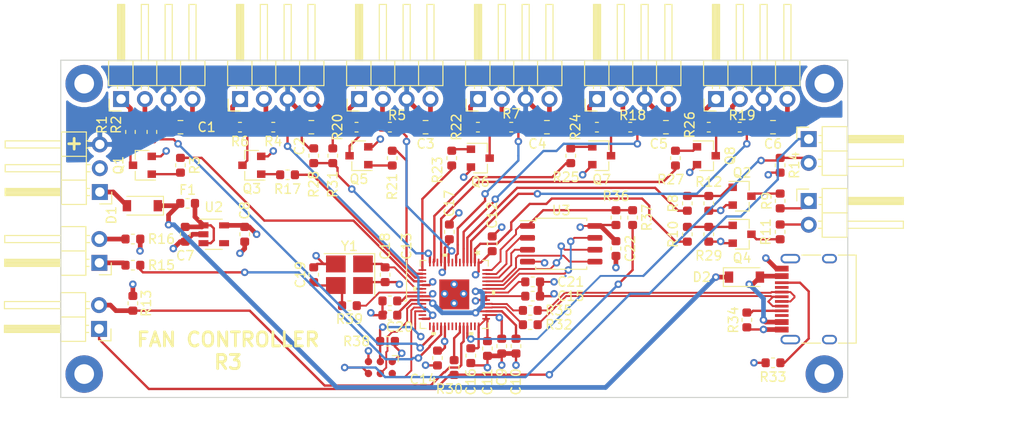
<source format=kicad_pcb>
(kicad_pcb (version 20171130) (host pcbnew 5.1.5+dfsg1-2build2)
  (layers (0 F.Cu signal) (1 In1.Cu power hide) (2 In2.Cu power hide) (31 B.Cu signal) (34 B.Paste user) (35 F.Paste user) (36 B.SilkS user) (37 F.SilkS user) (38 B.Mask user) (39 F.Mask user) (44 Edge.Cuts user))
  (net 0 "")
  (net 1 ENABLE_TEMP)
  (net 2 FPANEL_POWER)
  (net 3 FPANEL_POWER_SW+)
  (net 4 FPANEL_RESET_SW+)
  (net 5 FPANEL_RESET)
  (net 6 WATER_TEMP)
  (net 7 AIR_TEMP)
  (net 8 GND)
  (net 9 "Net-(Q1-Pad1)")
  (net 10 "Net-(Q2-Pad1)")
  (net 11 +12V)
  (net 12 +5V)
  (net 13 "Net-(D1-Pad2)")
  (net 14 "Net-(D2-Pad2)")
  (net 15 ENABLE_TEMP_RAW)
  (net 16 FAN_PWM_RAW_1)
  (net 17 FAN_TACH_RAW_1)
  (net 18 FAN_PWM_RAW_2)
  (net 19 FAN_TACH_RAW_2)
  (net 20 FAN_TACH_RAW_3)
  (net 21 FAN_PWM_RAW_3)
  (net 22 FAN_PWM_RAW_4)
  (net 23 FAN_TACH_RAW_4)
  (net 24 FAN_PWM_RAW_5)
  (net 25 FAN_TACH_RAW_5)
  (net 26 "Net-(Q1-Pad3)")
  (net 27 "Net-(Q3-Pad1)")
  (net 28 "Net-(Q3-Pad3)")
  (net 29 "Net-(Q4-Pad1)")
  (net 30 "Net-(Q5-Pad3)")
  (net 31 "Net-(Q5-Pad1)")
  (net 32 "Net-(Q6-Pad1)")
  (net 33 "Net-(Q6-Pad3)")
  (net 34 "Net-(Q7-Pad1)")
  (net 35 "Net-(Q7-Pad3)")
  (net 36 FAN_TACH_1)
  (net 37 FAN_PWM_1)
  (net 38 FAN_TACH_2)
  (net 39 FAN_TACH_3)
  (net 40 FAN_TACH_4)
  (net 41 WATER_FLOW_TACH)
  (net 42 FAN_PWM_2)
  (net 43 FAN_TACH_5)
  (net 44 FAN_PWM_3)
  (net 45 PC_POWER_SENSE)
  (net 46 FAN_PWM_4)
  (net 47 FAN_PWM_5)
  (net 48 USB_D-)
  (net 49 USB_D+)
  (net 50 "Net-(U1-Pad6)")
  (net 51 "Net-(U1-Pad8)")
  (net 52 "Net-(U1-Pad12)")
  (net 53 "Net-(U1-Pad27)")
  (net 54 "Net-(U1-Pad29)")
  (net 55 "Net-(U1-Pad34)")
  (net 56 "Net-(U1-Pad40)")
  (net 57 VREG_VIN)
  (net 58 VREG_VOUT)
  (net 59 XIN)
  (net 60 "Net-(C19-Pad1)")
  (net 61 5V_RAW)
  (net 62 FAN_PWM_RAW_6)
  (net 63 FAN_TACH_RAW_6)
  (net 64 "Net-(J8-PadS1)")
  (net 65 "Net-(J8-PadB5)")
  (net 66 "Net-(J8-PadA8)")
  (net 67 "Net-(J8-PadA5)")
  (net 68 "Net-(J8-PadB8)")
  (net 69 "Net-(J9-Pad2)")
  (net 70 "Net-(J9-Pad1)")
  (net 71 "Net-(J12-Pad1)")
  (net 72 "Net-(J12-Pad2)")
  (net 73 "Net-(Q8-Pad1)")
  (net 74 "Net-(Q8-Pad3)")
  (net 75 FAN_TACH_6)
  (net 76 FAN_PWM_6)
  (net 77 QSPI_SS)
  (net 78 BOOTSEL)
  (net 79 XOUT)
  (net 80 "Net-(U1-Pad31)")
  (net 81 "Net-(U1-Pad41)")
  (net 82 QSPI_SD3)
  (net 83 QSPI_SCLK)
  (net 84 QSPI_SD0)
  (net 85 QSPI_SD2)
  (net 86 QSPI_SD1)
  (net 87 "Net-(U2-Pad4)")
  (net 88 SWDIO)
  (net 89 RESET)
  (net 90 SWDCLK)
  (net 91 USB_CONN_D+)
  (net 92 USB_CONN_D-)
  (net 93 "Net-(U1-Pad35)")
  (net 94 "Net-(U1-Pad36)")
  (module rp2040:RP2040 (layer F.Cu) (at 142 75 270)
    (fp_text reference U1 hide)
    (fp_text value RP2040 hide)
    (fp_text user * (at -4.445 -2.8 90) (layer F.SilkS))
    (fp_text user * (at -4.445 -2.8 90) (layer F.SilkS))
    (pad 1 smd rect (at -3.4036 -2.6) (size 0.1778 0.8128) (layers F.Cu F.Paste F.Mask) (net 57 VREG_VIN))
    (pad 2 smd rect (at -3.4036 -2.200001) (size 0.1778 0.8128) (layers F.Cu F.Paste F.Mask) (net 5 FPANEL_RESET))
    (pad 3 smd rect (at -3.4036 -1.799999) (size 0.1778 0.8128) (layers F.Cu F.Paste F.Mask) (net 75 FAN_TACH_6))
    (pad 4 smd rect (at -3.4036 -1.4) (size 0.1778 0.8128) (layers F.Cu F.Paste F.Mask) (net 2 FPANEL_POWER))
    (pad 5 smd rect (at -3.4036 -1.000001) (size 0.1778 0.8128) (layers F.Cu F.Paste F.Mask) (net 43 FAN_TACH_5))
    (pad 6 smd rect (at -3.4036 -0.599999) (size 0.1778 0.8128) (layers F.Cu F.Paste F.Mask) (net 50 "Net-(U1-Pad6)"))
    (pad 7 smd rect (at -3.4036 -0.2) (size 0.1778 0.8128) (layers F.Cu F.Paste F.Mask) (net 40 FAN_TACH_4))
    (pad 8 smd rect (at -3.4036 0.2) (size 0.1778 0.8128) (layers F.Cu F.Paste F.Mask) (net 51 "Net-(U1-Pad8)"))
    (pad 9 smd rect (at -3.4036 0.599999) (size 0.1778 0.8128) (layers F.Cu F.Paste F.Mask) (net 39 FAN_TACH_3))
    (pad 10 smd rect (at -3.4036 1.000001) (size 0.1778 0.8128) (layers F.Cu F.Paste F.Mask) (net 57 VREG_VIN))
    (pad 11 smd rect (at -3.4036 1.4) (size 0.1778 0.8128) (layers F.Cu F.Paste F.Mask) (net 76 FAN_PWM_6))
    (pad 12 smd rect (at -3.4036 1.799999) (size 0.1778 0.8128) (layers F.Cu F.Paste F.Mask) (net 52 "Net-(U1-Pad12)"))
    (pad 13 smd rect (at -3.4036 2.200001) (size 0.1778 0.8128) (layers F.Cu F.Paste F.Mask) (net 47 FAN_PWM_5))
    (pad 14 smd rect (at -3.4036 2.6) (size 0.1778 0.8128) (layers F.Cu F.Paste F.Mask) (net 45 PC_POWER_SENSE))
    (pad 15 smd rect (at -2.6 3.4036 270) (size 0.1778 0.8128) (layers F.Cu F.Paste F.Mask) (net 46 FAN_PWM_4))
    (pad 16 smd rect (at -2.200001 3.4036 270) (size 0.1778 0.8128) (layers F.Cu F.Paste F.Mask) (net 44 FAN_PWM_3))
    (pad 17 smd rect (at -1.799999 3.4036 270) (size 0.1778 0.8128) (layers F.Cu F.Paste F.Mask) (net 42 FAN_PWM_2))
    (pad 18 smd rect (at -1.4 3.4036 270) (size 0.1778 0.8128) (layers F.Cu F.Paste F.Mask) (net 37 FAN_PWM_1))
    (pad 19 smd rect (at -1.000001 3.4036 270) (size 0.1778 0.8128) (layers F.Cu F.Paste F.Mask) (net 8 GND))
    (pad 20 smd rect (at -0.599999 3.4036 270) (size 0.1778 0.8128) (layers F.Cu F.Paste F.Mask) (net 59 XIN))
    (pad 21 smd rect (at -0.2 3.4036 270) (size 0.1778 0.8128) (layers F.Cu F.Paste F.Mask) (net 79 XOUT))
    (pad 22 smd rect (at 0.2 3.4036 270) (size 0.1778 0.8128) (layers F.Cu F.Paste F.Mask) (net 57 VREG_VIN))
    (pad 23 smd rect (at 0.599999 3.4036 270) (size 0.1778 0.8128) (layers F.Cu F.Paste F.Mask) (net 58 VREG_VOUT))
    (pad 24 smd rect (at 1.000001 3.4036 270) (size 0.1778 0.8128) (layers F.Cu F.Paste F.Mask) (net 90 SWDCLK))
    (pad 25 smd rect (at 1.4 3.4036 270) (size 0.1778 0.8128) (layers F.Cu F.Paste F.Mask) (net 88 SWDIO))
    (pad 26 smd rect (at 1.799999 3.4036 270) (size 0.1778 0.8128) (layers F.Cu F.Paste F.Mask) (net 89 RESET))
    (pad 27 smd rect (at 2.200001 3.4036 270) (size 0.1778 0.8128) (layers F.Cu F.Paste F.Mask) (net 53 "Net-(U1-Pad27)"))
    (pad 28 smd rect (at 2.6 3.4036 270) (size 0.1778 0.8128) (layers F.Cu F.Paste F.Mask) (net 38 FAN_TACH_2))
    (pad 29 smd rect (at 3.4036 2.6) (size 0.1778 0.8128) (layers F.Cu F.Paste F.Mask) (net 54 "Net-(U1-Pad29)"))
    (pad 30 smd rect (at 3.4036 2.200001) (size 0.1778 0.8128) (layers F.Cu F.Paste F.Mask) (net 36 FAN_TACH_1))
    (pad 31 smd rect (at 3.4036 1.799999) (size 0.1778 0.8128) (layers F.Cu F.Paste F.Mask) (net 80 "Net-(U1-Pad31)"))
    (pad 32 smd rect (at 3.4036 1.4) (size 0.1778 0.8128) (layers F.Cu F.Paste F.Mask) (net 41 WATER_FLOW_TACH))
    (pad 33 smd rect (at 3.4036 1.000001) (size 0.1778 0.8128) (layers F.Cu F.Paste F.Mask) (net 57 VREG_VIN))
    (pad 34 smd rect (at 3.4036 0.599999) (size 0.1778 0.8128) (layers F.Cu F.Paste F.Mask) (net 55 "Net-(U1-Pad34)"))
    (pad 35 smd rect (at 3.4036 0.2) (size 0.1778 0.8128) (layers F.Cu F.Paste F.Mask) (net 93 "Net-(U1-Pad35)"))
    (pad 36 smd rect (at 3.4036 -0.2) (size 0.1778 0.8128) (layers F.Cu F.Paste F.Mask) (net 94 "Net-(U1-Pad36)"))
    (pad 37 smd rect (at 3.4036 -0.599999) (size 0.1778 0.8128) (layers F.Cu F.Paste F.Mask) (net 1 ENABLE_TEMP))
    (pad 38 smd rect (at 3.4036 -1.000001) (size 0.1778 0.8128) (layers F.Cu F.Paste F.Mask) (net 6 WATER_TEMP))
    (pad 39 smd rect (at 3.4036 -1.4) (size 0.1778 0.8128) (layers F.Cu F.Paste F.Mask) (net 7 AIR_TEMP))
    (pad 40 smd rect (at 3.4036 -1.799999) (size 0.1778 0.8128) (layers F.Cu F.Paste F.Mask) (net 56 "Net-(U1-Pad40)"))
    (pad 41 smd rect (at 3.4036 -2.200001) (size 0.1778 0.8128) (layers F.Cu F.Paste F.Mask) (net 81 "Net-(U1-Pad41)"))
    (pad 42 smd rect (at 3.4036 -2.6) (size 0.1778 0.8128) (layers F.Cu F.Paste F.Mask) (net 57 VREG_VIN))
    (pad 43 smd rect (at 2.6 -3.4036 270) (size 0.1778 0.8128) (layers F.Cu F.Paste F.Mask) (net 57 VREG_VIN))
    (pad 44 smd rect (at 2.200001 -3.4036 270) (size 0.1778 0.8128) (layers F.Cu F.Paste F.Mask) (net 57 VREG_VIN))
    (pad 45 smd rect (at 1.799999 -3.4036 270) (size 0.1778 0.8128) (layers F.Cu F.Paste F.Mask) (net 58 VREG_VOUT))
    (pad 46 smd rect (at 1.4 -3.4036 270) (size 0.1778 0.8128) (layers F.Cu F.Paste F.Mask) (net 48 USB_D-))
    (pad 47 smd rect (at 1.000001 -3.4036 270) (size 0.1778 0.8128) (layers F.Cu F.Paste F.Mask) (net 49 USB_D+))
    (pad 48 smd rect (at 0.599999 -3.4036 270) (size 0.1778 0.8128) (layers F.Cu F.Paste F.Mask) (net 57 VREG_VIN))
    (pad 49 smd rect (at 0.2 -3.4036 270) (size 0.1778 0.8128) (layers F.Cu F.Paste F.Mask) (net 57 VREG_VIN))
    (pad 50 smd rect (at -0.2 -3.4036 270) (size 0.1778 0.8128) (layers F.Cu F.Paste F.Mask) (net 58 VREG_VOUT))
    (pad 51 smd rect (at -0.599999 -3.4036 270) (size 0.1778 0.8128) (layers F.Cu F.Paste F.Mask) (net 82 QSPI_SD3))
    (pad 52 smd rect (at -1.000001 -3.4036 270) (size 0.1778 0.8128) (layers F.Cu F.Paste F.Mask) (net 83 QSPI_SCLK))
    (pad 53 smd rect (at -1.4 -3.4036 270) (size 0.1778 0.8128) (layers F.Cu F.Paste F.Mask) (net 84 QSPI_SD0))
    (pad 54 smd rect (at -1.799999 -3.4036 270) (size 0.1778 0.8128) (layers F.Cu F.Paste F.Mask) (net 85 QSPI_SD2))
    (pad 55 smd rect (at -2.200001 -3.4036 270) (size 0.1778 0.8128) (layers F.Cu F.Paste F.Mask) (net 86 QSPI_SD1))
    (pad 56 smd rect (at -2.6 -3.4036 270) (size 0.1778 0.8128) (layers F.Cu F.Paste F.Mask) (net 77 QSPI_SS))
    (pad 57 smd rect (at 0 0 270) (size 3.2004 3.2004) (layers F.Cu F.Mask) (net 8 GND))
  )
  (module Connector_PinHeader_2.54mm:PinHeader_1x04_P2.54mm_Horizontal (layer F.Cu) (at 157.24 54.15 90)
    (fp_text reference J5 hide)
    (fp_text value CPU hide)
    (pad 1 thru_hole rect (at 0 0 90) (size 1.7 1.7) (drill 1) (layers *.Cu *.Mask) (net 24 FAN_PWM_RAW_5))
    (pad 2 thru_hole oval (at 0 2.54 90) (size 1.7 1.7) (drill 1) (layers *.Cu *.Mask) (net 25 FAN_TACH_RAW_5))
    (pad 3 thru_hole oval (at 0 5.08 90) (size 1.7 1.7) (drill 1) (layers *.Cu *.Mask) (net 11 +12V))
    (pad 4 thru_hole oval (at 0 7.62 90) (size 1.7 1.7) (drill 1) (layers *.Cu *.Mask) (net 8 GND))
  )
  (module Connector_PinHeader_2.54mm:PinHeader_1x04_P2.54mm_Horizontal (layer F.Cu) (at 106.44 54.15 90)
    (fp_text reference J1 hide)
    (fp_text value FAN1 hide)
    (pad 1 thru_hole rect (at 0 0 90) (size 1.7 1.7) (drill 1) (layers *.Cu *.Mask) (net 16 FAN_PWM_RAW_1))
    (pad 2 thru_hole oval (at 0 2.54 90) (size 1.7 1.7) (drill 1) (layers *.Cu *.Mask) (net 17 FAN_TACH_RAW_1))
    (pad 3 thru_hole oval (at 0 5.08 90) (size 1.7 1.7) (drill 1) (layers *.Cu *.Mask) (net 11 +12V))
    (pad 4 thru_hole oval (at 0 7.62 90) (size 1.7 1.7) (drill 1) (layers *.Cu *.Mask) (net 8 GND))
  )
  (module Connector_PinHeader_2.54mm:PinHeader_1x02_P2.54mm_Horizontal (layer F.Cu) (at 104.12 71.63 180)
    (fp_text reference J9 hide)
    (fp_text value WATER_FLOW hide)
    (pad 2 thru_hole oval (at 0 2.54 180) (size 1.7 1.7) (drill 1) (layers *.Cu *.Mask) (net 69 "Net-(J9-Pad2)"))
    (pad 1 thru_hole rect (at 0 0 180) (size 1.7 1.7) (drill 1) (layers *.Cu *.Mask) (net 70 "Net-(J9-Pad1)"))
  )
  (module Connector_PinHeader_2.54mm:PinHeader_1x02_P2.54mm_Horizontal (layer F.Cu) (at 179.832 58.42)
    (fp_text reference J10 hide)
    (fp_text value AIR_TEMP hide)
    (pad 1 thru_hole rect (at 0 0) (size 1.7 1.7) (drill 1) (layers *.Cu *.Mask) (net 15 ENABLE_TEMP_RAW))
    (pad 2 thru_hole oval (at 0 2.54) (size 1.7 1.7) (drill 1) (layers *.Cu *.Mask) (net 7 AIR_TEMP))
  )
  (module Connector_PinHeader_2.54mm:PinHeader_1x04_P2.54mm_Horizontal (layer F.Cu) (at 119.14 54.15 90)
    (fp_text reference J2 hide)
    (fp_text value FAN2 hide)
    (pad 1 thru_hole rect (at 0 0 90) (size 1.7 1.7) (drill 1) (layers *.Cu *.Mask) (net 18 FAN_PWM_RAW_2))
    (pad 2 thru_hole oval (at 0 2.54 90) (size 1.7 1.7) (drill 1) (layers *.Cu *.Mask) (net 19 FAN_TACH_RAW_2))
    (pad 3 thru_hole oval (at 0 5.08 90) (size 1.7 1.7) (drill 1) (layers *.Cu *.Mask) (net 11 +12V))
    (pad 4 thru_hole oval (at 0 7.62 90) (size 1.7 1.7) (drill 1) (layers *.Cu *.Mask) (net 8 GND))
  )
  (module Connector_PinHeader_2.54mm:PinHeader_1x04_P2.54mm_Horizontal (layer F.Cu) (at 131.84 54.15 90)
    (fp_text reference J3 hide)
    (fp_text value FAN3 hide)
    (pad 4 thru_hole oval (at 0 7.62 90) (size 1.7 1.7) (drill 1) (layers *.Cu *.Mask) (net 8 GND))
    (pad 3 thru_hole oval (at 0 5.08 90) (size 1.7 1.7) (drill 1) (layers *.Cu *.Mask) (net 11 +12V))
    (pad 2 thru_hole oval (at 0 2.54 90) (size 1.7 1.7) (drill 1) (layers *.Cu *.Mask) (net 20 FAN_TACH_RAW_3))
    (pad 1 thru_hole rect (at 0 0 90) (size 1.7 1.7) (drill 1) (layers *.Cu *.Mask) (net 21 FAN_PWM_RAW_3))
  )
  (module Connector_PinHeader_2.54mm:PinHeader_1x04_P2.54mm_Horizontal (layer F.Cu) (at 144.54 54.15 90)
    (fp_text reference J4 hide)
    (fp_text value FAN4 hide)
    (pad 1 thru_hole rect (at 0 0 90) (size 1.7 1.7) (drill 1) (layers *.Cu *.Mask) (net 22 FAN_PWM_RAW_4))
    (pad 2 thru_hole oval (at 0 2.54 90) (size 1.7 1.7) (drill 1) (layers *.Cu *.Mask) (net 23 FAN_TACH_RAW_4))
    (pad 3 thru_hole oval (at 0 5.08 90) (size 1.7 1.7) (drill 1) (layers *.Cu *.Mask) (net 11 +12V))
    (pad 4 thru_hole oval (at 0 7.62 90) (size 1.7 1.7) (drill 1) (layers *.Cu *.Mask) (net 8 GND))
  )
  (module Resistor_SMD:R_0603_1608Metric (layer F.Cu) (at 113.284 68.58 270)
    (fp_text reference C7 (at 2.286 0 180) (layer F.SilkS))
    (fp_text value 1u)
    (pad 1 smd roundrect (at -0.7875 0 270) (size 0.875 0.95) (layers F.Cu F.Paste F.Mask) (net 12 +5V))
    (pad 2 smd roundrect (at 0.7875 0 270) (size 0.875 0.95) (layers F.Cu F.Paste F.Mask) (net 8 GND))
  )
  (module Resistor_SMD:R_0603_1608Metric (layer F.Cu) (at 119.634 68.58 270)
    (fp_text reference C8 (at -2.54 0 90) (layer F.SilkS))
    (fp_text value 1u)
    (pad 2 smd roundrect (at 0.7875 0 270) (size 0.875 0.95) (layers F.Cu F.Paste F.Mask) (net 8 GND))
    (pad 1 smd roundrect (at -0.7875 0 270) (size 0.875 0.95) (layers F.Cu F.Paste F.Mask) (net 57 VREG_VIN))
  )
  (module Resistor_SMD:R_0603_1608Metric (layer F.Cu) (at 147.066 80.518 270)
    (fp_text reference C9 (at 3.302 0 90) (layer F.SilkS))
    (fp_text value 1u)
    (pad 2 smd roundrect (at 0.7875 0 270) (size 0.875 0.95) (layers F.Cu F.Paste F.Mask) (net 8 GND))
    (pad 1 smd roundrect (at -0.7875 0 270) (size 0.875 0.95) (layers F.Cu F.Paste F.Mask) (net 57 VREG_VIN))
  )
  (module Resistor_SMD:R_0603_1608Metric (layer F.Cu) (at 148.59 80.518 270)
    (fp_text reference C10 (at 3.81 0 90) (layer F.SilkS))
    (fp_text value 1u)
    (pad 1 smd roundrect (at -0.7875 0 270) (size 0.875 0.95) (layers F.Cu F.Paste F.Mask) (net 58 VREG_VOUT))
    (pad 2 smd roundrect (at 0.7875 0 270) (size 0.875 0.95) (layers F.Cu F.Paste F.Mask) (net 8 GND))
  )
  (module Resistor_SMD:R_0603_1608Metric (layer F.Cu) (at 145.542 80.772 270)
    (fp_text reference C11 (at 3.556 0 90) (layer F.SilkS))
    (fp_text value 100n)
    (pad 2 smd roundrect (at 0.7875 0 270) (size 0.875 0.95) (layers F.Cu F.Paste F.Mask) (net 8 GND))
    (pad 1 smd roundrect (at -0.7875 0 270) (size 0.875 0.95) (layers F.Cu F.Paste F.Mask) (net 57 VREG_VIN))
  )
  (module Resistor_SMD:R_0603_1608Metric (layer F.Cu) (at 146.05 69.596 90)
    (fp_text reference C12 (at 3.048 0 90) (layer F.SilkS))
    (fp_text value 100n)
    (pad 1 smd roundrect (at -0.7875 0 90) (size 0.875 0.95) (layers F.Cu F.Paste F.Mask) (net 57 VREG_VIN))
    (pad 2 smd roundrect (at 0.7875 0 90) (size 0.875 0.95) (layers F.Cu F.Paste F.Mask) (net 8 GND))
  )
  (module Resistor_SMD:R_0603_1608Metric (layer F.Cu) (at 135.128 75.692 180)
    (fp_text reference C13 (at -1.778 5.842 90) (layer F.SilkS))
    (fp_text value 100n)
    (pad 2 smd roundrect (at 0.7875 0 180) (size 0.875 0.95) (layers F.Cu F.Paste F.Mask) (net 8 GND))
    (pad 1 smd roundrect (at -0.7875 0 180) (size 0.875 0.95) (layers F.Cu F.Paste F.Mask) (net 57 VREG_VIN))
  )
  (module Resistor_SMD:R_0603_1608Metric (layer F.Cu) (at 140.208 81.788 270)
    (fp_text reference C14 (at 2.286 1.524 180) (layer F.SilkS))
    (fp_text value 100n)
    (pad 1 smd roundrect (at -0.7875 0 270) (size 0.875 0.95) (layers F.Cu F.Paste F.Mask) (net 57 VREG_VIN))
    (pad 2 smd roundrect (at 0.7875 0 270) (size 0.875 0.95) (layers F.Cu F.Paste F.Mask) (net 8 GND))
  )
  (module Resistor_SMD:R_0603_1608Metric (layer F.Cu) (at 150.368 75.184)
    (fp_text reference C15 (at 4.064 0) (layer F.SilkS))
    (fp_text value 100n)
    (pad 2 smd roundrect (at 0.7875 0) (size 0.875 0.95) (layers F.Cu F.Paste F.Mask) (net 8 GND))
    (pad 1 smd roundrect (at -0.7875 0) (size 0.875 0.95) (layers F.Cu F.Paste F.Mask) (net 57 VREG_VIN))
  )
  (module Resistor_SMD:R_0603_1608Metric (layer F.Cu) (at 143.764 81.534 270)
    (fp_text reference C16 (at 2.794 0 90) (layer F.SilkS))
    (fp_text value 100n)
    (pad 1 smd roundrect (at -0.7875 0 270) (size 0.875 0.95) (layers F.Cu F.Paste F.Mask) (net 57 VREG_VIN))
    (pad 2 smd roundrect (at 0.7875 0 270) (size 0.875 0.95) (layers F.Cu F.Paste F.Mask) (net 8 GND))
  )
  (module Resistor_SMD:R_0603_1608Metric (layer F.Cu) (at 141.478 68.326 90)
    (fp_text reference C17 (at 3.048 0 90) (layer F.SilkS))
    (fp_text value 100n)
    (pad 1 smd roundrect (at -0.7875 0 90) (size 0.875 0.95) (layers F.Cu F.Paste F.Mask) (net 57 VREG_VIN))
    (pad 2 smd roundrect (at 0.7875 0 90) (size 0.875 0.95) (layers F.Cu F.Paste F.Mask) (net 8 GND))
  )
  (module Resistor_SMD:R_0603_1608Metric (layer F.Cu) (at 134.62 72.898 270)
    (fp_text reference C18 (at -3.048 0 90) (layer F.SilkS))
    (fp_text value 27p)
    (pad 1 smd roundrect (at -0.7875 0 270) (size 0.875 0.95) (layers F.Cu F.Paste F.Mask) (net 59 XIN))
    (pad 2 smd roundrect (at 0.7875 0 270) (size 0.875 0.95) (layers F.Cu F.Paste F.Mask) (net 8 GND))
  )
  (module Resistor_SMD:R_0603_1608Metric (layer F.Cu) (at 127 72.898 90)
    (fp_text reference C19 (at 0 -1.43 90) (layer F.SilkS))
    (fp_text value 27p)
    (pad 2 smd roundrect (at 0.7875 0 90) (size 0.875 0.95) (layers F.Cu F.Paste F.Mask) (net 8 GND))
    (pad 1 smd roundrect (at -0.7875 0 90) (size 0.875 0.95) (layers F.Cu F.Paste F.Mask) (net 60 "Net-(C19-Pad1)"))
  )
  (module Resistor_SMD:R_0603_1608Metric (layer F.Cu) (at 135.128 77.216 180)
    (fp_text reference C20 (at -1.016 -1.27 180) (layer F.SilkS))
    (fp_text value 100n)
    (pad 1 smd roundrect (at -0.7875 0 180) (size 0.875 0.95) (layers F.Cu F.Paste F.Mask) (net 58 VREG_VOUT))
    (pad 2 smd roundrect (at 0.7875 0 180) (size 0.875 0.95) (layers F.Cu F.Paste F.Mask) (net 8 GND))
  )
  (module Resistor_SMD:R_0603_1608Metric (layer F.Cu) (at 150.368 73.66)
    (fp_text reference C21 (at 4.064 0) (layer F.SilkS))
    (fp_text value 100n)
    (pad 2 smd roundrect (at 0.7875 0) (size 0.875 0.95) (layers F.Cu F.Paste F.Mask) (net 8 GND))
    (pad 1 smd roundrect (at -0.7875 0) (size 0.875 0.95) (layers F.Cu F.Paste F.Mask) (net 58 VREG_VOUT))
  )
  (module Diode_SMD:D_SOD-123 (layer F.Cu) (at 108.712 65.532 180)
    (fp_text reference D1 (at 3.302 -1.016 90) (layer F.SilkS))
    (fp_text value MBR120)
    (pad 2 smd rect (at 1.65 0 180) (size 0.9 1.2) (layers F.Cu F.Paste F.Mask) (net 13 "Net-(D1-Pad2)"))
    (pad 1 smd rect (at -1.65 0 180) (size 0.9 1.2) (layers F.Cu F.Paste F.Mask) (net 61 5V_RAW))
  )
  (module Diode_SMD:D_SOD-123 (layer F.Cu) (at 172.974 73.152)
    (fp_text reference D2 (at -4.572 0) (layer F.SilkS))
    (fp_text value MBR120)
    (pad 1 smd rect (at -1.65 0) (size 0.9 1.2) (layers F.Cu F.Paste F.Mask) (net 61 5V_RAW))
    (pad 2 smd rect (at 1.65 0) (size 0.9 1.2) (layers F.Cu F.Paste F.Mask) (net 14 "Net-(D2-Pad2)"))
  )
  (module Fuse:Fuse_0603_1608Metric (layer F.Cu) (at 113.538 65.278)
    (fp_text reference F1 (at 0 -1.43) (layer F.SilkS))
    (fp_text value 100mA)
    (pad 1 smd roundrect (at -0.7875 0) (size 0.875 0.95) (layers F.Cu F.Paste F.Mask) (net 61 5V_RAW))
    (pad 2 smd roundrect (at 0.7875 0) (size 0.875 0.95) (layers F.Cu F.Paste F.Mask) (net 12 +5V))
  )
  (module Connector_PinHeader_2.54mm:PinHeader_1x04_P2.54mm_Horizontal (layer F.Cu) (at 169.94 54.15 90)
    (fp_text reference J6 hide)
    (fp_text value PUMP)
    (pad 1 thru_hole rect (at 0 0 90) (size 1.7 1.7) (drill 1) (layers *.Cu *.Mask) (net 62 FAN_PWM_RAW_6))
    (pad 2 thru_hole oval (at 0 2.54 90) (size 1.7 1.7) (drill 1) (layers *.Cu *.Mask) (net 63 FAN_TACH_RAW_6))
    (pad 3 thru_hole oval (at 0 5.08 90) (size 1.7 1.7) (drill 1) (layers *.Cu *.Mask) (net 11 +12V))
    (pad 4 thru_hole oval (at 0 7.62 90) (size 1.7 1.7) (drill 1) (layers *.Cu *.Mask) (net 8 GND))
  )
  (module Connector_USB:USB_C_Receptacle_HRO_TYPE-C-31-M-12 (layer F.Cu) (at 181 75.5 90)
    (fp_text reference J8 hide)
    (fp_text value USB_C_Receptacle_USB2.0 hide)
    (pad S1 thru_hole oval (at 4.32 1.05 90) (size 1 1.6) (drill oval 0.6 1.2) (layers *.Cu *.Mask) (net 64 "Net-(J8-PadS1)"))
    (pad "" np_thru_hole circle (at 2.89 -2.6 90) (size 0.65 0.65) (drill 0.65) (layers *.Cu *.Mask))
    (pad S1 thru_hole oval (at -4.32 1.05 90) (size 1 1.6) (drill oval 0.6 1.2) (layers *.Cu *.Mask) (net 64 "Net-(J8-PadS1)"))
    (pad "" np_thru_hole circle (at -2.89 -2.6 90) (size 0.65 0.65) (drill 0.65) (layers *.Cu *.Mask))
    (pad S1 thru_hole oval (at -4.32 -3.13 90) (size 1 2.1) (drill oval 0.6 1.7) (layers *.Cu *.Mask) (net 64 "Net-(J8-PadS1)"))
    (pad S1 thru_hole oval (at 4.32 -3.13 90) (size 1 2.1) (drill oval 0.6 1.7) (layers *.Cu *.Mask) (net 64 "Net-(J8-PadS1)"))
    (pad A6 smd rect (at -0.25 -4.045 90) (size 0.3 1.45) (layers F.Cu F.Paste F.Mask) (net 91 USB_CONN_D+))
    (pad B5 smd rect (at 1.75 -4.045 90) (size 0.3 1.45) (layers F.Cu F.Paste F.Mask) (net 65 "Net-(J8-PadB5)"))
    (pad A8 smd rect (at 1.25 -4.045 90) (size 0.3 1.45) (layers F.Cu F.Paste F.Mask) (net 66 "Net-(J8-PadA8)"))
    (pad B6 smd rect (at 0.75 -4.045 90) (size 0.3 1.45) (layers F.Cu F.Paste F.Mask) (net 91 USB_CONN_D+))
    (pad A7 smd rect (at 0.25 -4.045 90) (size 0.3 1.45) (layers F.Cu F.Paste F.Mask) (net 92 USB_CONN_D-))
    (pad B7 smd rect (at -0.75 -4.045 90) (size 0.3 1.45) (layers F.Cu F.Paste F.Mask) (net 92 USB_CONN_D-))
    (pad A5 smd rect (at -1.25 -4.045 90) (size 0.3 1.45) (layers F.Cu F.Paste F.Mask) (net 67 "Net-(J8-PadA5)"))
    (pad B8 smd rect (at -1.75 -4.045 90) (size 0.3 1.45) (layers F.Cu F.Paste F.Mask) (net 68 "Net-(J8-PadB8)"))
    (pad A12 smd rect (at 3.25 -4.045 90) (size 0.6 1.45) (layers F.Cu F.Paste F.Mask) (net 8 GND))
    (pad B4 smd rect (at 2.45 -4.045 90) (size 0.6 1.45) (layers F.Cu F.Paste F.Mask) (net 14 "Net-(D2-Pad2)"))
    (pad A4 smd rect (at -2.45 -4.045 90) (size 0.6 1.45) (layers F.Cu F.Paste F.Mask) (net 14 "Net-(D2-Pad2)"))
    (pad A1 smd rect (at -3.25 -4.045 90) (size 0.6 1.45) (layers F.Cu F.Paste F.Mask) (net 8 GND))
    (pad B12 smd rect (at -3.25 -4.045 90) (size 0.6 1.45) (layers F.Cu F.Paste F.Mask) (net 8 GND))
    (pad B9 smd rect (at -2.45 -4.045 90) (size 0.6 1.45) (layers F.Cu F.Paste F.Mask) (net 14 "Net-(D2-Pad2)"))
    (pad A9 smd rect (at 2.45 -4.045 90) (size 0.6 1.45) (layers F.Cu F.Paste F.Mask) (net 14 "Net-(D2-Pad2)"))
    (pad B1 smd rect (at 3.25 -4.045 90) (size 0.6 1.45) (layers F.Cu F.Paste F.Mask) (net 8 GND))
  )
  (module Connector_PinHeader_2.54mm:PinHeader_1x02_P2.54mm_Horizontal (layer F.Cu) (at 104.09 78.68 180)
    (fp_text reference J11 hide)
    (fp_text value WATER_TEMP hide)
    (pad 2 thru_hole oval (at 0 2.54 180) (size 1.7 1.7) (drill 1) (layers *.Cu *.Mask) (net 6 WATER_TEMP))
    (pad 1 thru_hole rect (at 0 0 180) (size 1.7 1.7) (drill 1) (layers *.Cu *.Mask) (net 15 ENABLE_TEMP_RAW))
  )
  (module Connector_PinHeader_2.54mm:PinHeader_1x02_P2.54mm_Horizontal (layer F.Cu) (at 179.832 65.024)
    (fp_text reference J12 hide)
    (fp_text value FPANEL hide)
    (pad 1 thru_hole rect (at 0 0) (size 1.7 1.7) (drill 1) (layers *.Cu *.Mask) (net 71 "Net-(J12-Pad1)"))
    (pad 2 thru_hole oval (at 0 2.54) (size 1.7 1.7) (drill 1) (layers *.Cu *.Mask) (net 72 "Net-(J12-Pad2)"))
  )
  (module Package_TO_SOT_SMD:SOT-23 (layer F.Cu) (at 108.712 61.214 180)
    (fp_text reference Q1 (at 2.54 0 90) (layer F.SilkS))
    (fp_text value 2N7002)
    (pad 3 smd rect (at 1 0 180) (size 0.9 0.8) (layers F.Cu F.Paste F.Mask) (net 26 "Net-(Q1-Pad3)"))
    (pad 2 smd rect (at -1 0.95 180) (size 0.9 0.8) (layers F.Cu F.Paste F.Mask) (net 8 GND))
    (pad 1 smd rect (at -1 -0.95 180) (size 0.9 0.8) (layers F.Cu F.Paste F.Mask) (net 9 "Net-(Q1-Pad1)"))
  )
  (module Package_TO_SOT_SMD:SOT-23 (layer F.Cu) (at 172.72 64.516)
    (fp_text reference Q2 (at 0 -2.5) (layer F.SilkS))
    (fp_text value 2N7002)
    (pad 3 smd rect (at 1 0) (size 0.9 0.8) (layers F.Cu F.Paste F.Mask) (net 3 FPANEL_POWER_SW+))
    (pad 2 smd rect (at -1 0.95) (size 0.9 0.8) (layers F.Cu F.Paste F.Mask) (net 8 GND))
    (pad 1 smd rect (at -1 -0.95) (size 0.9 0.8) (layers F.Cu F.Paste F.Mask) (net 10 "Net-(Q2-Pad1)"))
  )
  (module Package_TO_SOT_SMD:SOT-23 (layer F.Cu) (at 120.396 61.214 180)
    (fp_text reference Q3 (at 0 -2.5) (layer F.SilkS))
    (fp_text value 2N7002)
    (pad 1 smd rect (at -1 -0.95 180) (size 0.9 0.8) (layers F.Cu F.Paste F.Mask) (net 27 "Net-(Q3-Pad1)"))
    (pad 2 smd rect (at -1 0.95 180) (size 0.9 0.8) (layers F.Cu F.Paste F.Mask) (net 8 GND))
    (pad 3 smd rect (at 1 0 180) (size 0.9 0.8) (layers F.Cu F.Paste F.Mask) (net 28 "Net-(Q3-Pad3)"))
  )
  (module Package_TO_SOT_SMD:SOT-23 (layer F.Cu) (at 172.72 68.58)
    (fp_text reference Q4 (at 0 2.54) (layer F.SilkS))
    (fp_text value 2N7002)
    (pad 1 smd rect (at -1 -0.95) (size 0.9 0.8) (layers F.Cu F.Paste F.Mask) (net 29 "Net-(Q4-Pad1)"))
    (pad 2 smd rect (at -1 0.95) (size 0.9 0.8) (layers F.Cu F.Paste F.Mask) (net 8 GND))
    (pad 3 smd rect (at 1 0) (size 0.9 0.8) (layers F.Cu F.Paste F.Mask) (net 4 FPANEL_RESET_SW+))
  )
  (module Package_TO_SOT_SMD:SOT-23 (layer F.Cu) (at 131.826 60.198 180)
    (fp_text reference Q5 (at 0 -2.5) (layer F.SilkS))
    (fp_text value 2N7002)
    (pad 3 smd rect (at 1 0 180) (size 0.9 0.8) (layers F.Cu F.Paste F.Mask) (net 30 "Net-(Q5-Pad3)"))
    (pad 2 smd rect (at -1 0.95 180) (size 0.9 0.8) (layers F.Cu F.Paste F.Mask) (net 8 GND))
    (pad 1 smd rect (at -1 -0.95 180) (size 0.9 0.8) (layers F.Cu F.Paste F.Mask) (net 31 "Net-(Q5-Pad1)"))
  )
  (module Package_TO_SOT_SMD:SOT-23 (layer F.Cu) (at 144.78 60.452)
    (fp_text reference Q6 (at 0 2.54 180) (layer F.SilkS))
    (fp_text value 2N7002)
    (pad 1 smd rect (at -1 -0.95) (size 0.9 0.8) (layers F.Cu F.Paste F.Mask) (net 32 "Net-(Q6-Pad1)"))
    (pad 2 smd rect (at -1 0.95) (size 0.9 0.8) (layers F.Cu F.Paste F.Mask) (net 8 GND))
    (pad 3 smd rect (at 1 0) (size 0.9 0.8) (layers F.Cu F.Paste F.Mask) (net 33 "Net-(Q6-Pad3)"))
  )
  (module Package_TO_SOT_SMD:SOT-23 (layer F.Cu) (at 157.734 60.198)
    (fp_text reference Q7 (at 0 2.54) (layer F.SilkS))
    (fp_text value 2N7002)
    (pad 3 smd rect (at 1 0) (size 0.9 0.8) (layers F.Cu F.Paste F.Mask) (net 35 "Net-(Q7-Pad3)"))
    (pad 2 smd rect (at -1 0.95) (size 0.9 0.8) (layers F.Cu F.Paste F.Mask) (net 8 GND))
    (pad 1 smd rect (at -1 -0.95) (size 0.9 0.8) (layers F.Cu F.Paste F.Mask) (net 34 "Net-(Q7-Pad1)"))
  )
  (module Package_TO_SOT_SMD:SOT-23 (layer F.Cu) (at 168.91 60.198)
    (fp_text reference Q8 (at 2.54 0 90) (layer F.SilkS))
    (fp_text value 2N7002)
    (pad 1 smd rect (at -1 -0.95) (size 0.9 0.8) (layers F.Cu F.Paste F.Mask) (net 73 "Net-(Q8-Pad1)"))
    (pad 2 smd rect (at -1 0.95) (size 0.9 0.8) (layers F.Cu F.Paste F.Mask) (net 8 GND))
    (pad 3 smd rect (at 1 0) (size 0.9 0.8) (layers F.Cu F.Paste F.Mask) (net 74 "Net-(Q8-Pad3)"))
  )
  (module Resistor_SMD:R_0603_1608Metric (layer F.Cu) (at 107.442 57.658 270)
    (fp_text reference R1 (at -0.762 3.048 90) (layer F.SilkS))
    (fp_text value 470)
    (pad 2 smd roundrect (at 0.7875 0 270) (size 0.875 0.95) (layers F.Cu F.Paste F.Mask) (net 26 "Net-(Q1-Pad3)"))
    (pad 1 smd roundrect (at -0.7875 0 270) (size 0.875 0.95) (layers F.Cu F.Paste F.Mask) (net 16 FAN_PWM_RAW_1))
  )
  (module Resistor_SMD:R_0603_1608Metric (layer F.Cu) (at 109.728 57.658 270)
    (fp_text reference R2 (at -0.762 3.81 90) (layer F.SilkS))
    (fp_text value 470)
    (pad 1 smd roundrect (at -0.7875 0 270) (size 0.875 0.95) (layers F.Cu F.Paste F.Mask) (net 17 FAN_TACH_RAW_1))
    (pad 2 smd roundrect (at 0.7875 0 270) (size 0.875 0.95) (layers F.Cu F.Paste F.Mask) (net 36 FAN_TACH_1))
  )
  (module Resistor_SMD:R_0603_1608Metric (layer F.Cu) (at 112.776 61.214 90)
    (fp_text reference R3 (at 0 1.524 90) (layer F.SilkS))
    (fp_text value 100)
    (pad 1 smd roundrect (at -0.7875 0 90) (size 0.875 0.95) (layers F.Cu F.Paste F.Mask) (net 9 "Net-(Q1-Pad1)"))
    (pad 2 smd roundrect (at 0.7875 0 90) (size 0.875 0.95) (layers F.Cu F.Paste F.Mask) (net 37 FAN_PWM_1))
  )
  (module Resistor_SMD:R_0603_1608Metric (layer F.Cu) (at 122.682 57.15)
    (fp_text reference R4 (at 0 1.524) (layer F.SilkS))
    (fp_text value 470)
    (pad 2 smd roundrect (at 0.7875 0) (size 0.875 0.95) (layers F.Cu F.Paste F.Mask) (net 38 FAN_TACH_2))
    (pad 1 smd roundrect (at -0.7875 0) (size 0.875 0.95) (layers F.Cu F.Paste F.Mask) (net 19 FAN_TACH_RAW_2))
  )
  (module Resistor_SMD:R_0603_1608Metric (layer F.Cu) (at 135.128 57.15)
    (fp_text reference R5 (at 0.762 -1.27) (layer F.SilkS))
    (fp_text value 470)
    (pad 1 smd roundrect (at -0.7875 0) (size 0.875 0.95) (layers F.Cu F.Paste F.Mask) (net 20 FAN_TACH_RAW_3))
    (pad 2 smd roundrect (at 0.7875 0) (size 0.875 0.95) (layers F.Cu F.Paste F.Mask) (net 39 FAN_TACH_3))
  )
  (module Resistor_SMD:R_0603_1608Metric (layer F.Cu) (at 119.126 57.15)
    (fp_text reference R6 (at 0 1.524) (layer F.SilkS))
    (fp_text value 470)
    (pad 1 smd roundrect (at -0.7875 0) (size 0.875 0.95) (layers F.Cu F.Paste F.Mask) (net 18 FAN_PWM_RAW_2))
    (pad 2 smd roundrect (at 0.7875 0) (size 0.875 0.95) (layers F.Cu F.Paste F.Mask) (net 28 "Net-(Q3-Pad3)"))
  )
  (module Resistor_SMD:R_0603_1608Metric (layer F.Cu) (at 148.082 57.15)
    (fp_text reference R7 (at 0 -1.43) (layer F.SilkS))
    (fp_text value 470)
    (pad 2 smd roundrect (at 0.7875 0) (size 0.875 0.95) (layers F.Cu F.Paste F.Mask) (net 40 FAN_TACH_4))
    (pad 1 smd roundrect (at -0.7875 0) (size 0.875 0.95) (layers F.Cu F.Paste F.Mask) (net 23 FAN_TACH_RAW_4))
  )
  (module Resistor_SMD:R_0603_1608Metric (layer F.Cu) (at 166.878 65.278 270)
    (fp_text reference R8 (at 0 1.524 90) (layer F.SilkS))
    (fp_text value 1K)
    (pad 2 smd roundrect (at 0.7875 0 270) (size 0.875 0.95) (layers F.Cu F.Paste F.Mask) (net 2 FPANEL_POWER))
    (pad 1 smd roundrect (at -0.7875 0 270) (size 0.875 0.95) (layers F.Cu F.Paste F.Mask) (net 10 "Net-(Q2-Pad1)"))
  )
  (module Resistor_SMD:R_0603_1608Metric (layer F.Cu) (at 176.784 65.024 90)
    (fp_text reference R9 (at 0 -1.43 90) (layer F.SilkS))
    (fp_text value 100)
    (pad 2 smd roundrect (at 0.7875 0 90) (size 0.875 0.95) (layers F.Cu F.Paste F.Mask) (net 3 FPANEL_POWER_SW+))
    (pad 1 smd roundrect (at -0.7875 0 90) (size 0.875 0.95) (layers F.Cu F.Paste F.Mask) (net 71 "Net-(J12-Pad1)"))
  )
  (module Resistor_SMD:R_0603_1608Metric (layer F.Cu) (at 166.878 68.58 270)
    (fp_text reference R10 (at 0 1.524 90) (layer F.SilkS))
    (fp_text value 1K)
    (pad 2 smd roundrect (at 0.7875 0 270) (size 0.875 0.95) (layers F.Cu F.Paste F.Mask) (net 5 FPANEL_RESET))
    (pad 1 smd roundrect (at -0.7875 0 270) (size 0.875 0.95) (layers F.Cu F.Paste F.Mask) (net 29 "Net-(Q4-Pad1)"))
  )
  (module Resistor_SMD:R_0603_1608Metric (layer F.Cu) (at 176.784 68.326 270)
    (fp_text reference R11 (at 0 1.524 90) (layer F.SilkS))
    (fp_text value 100)
    (pad 1 smd roundrect (at -0.7875 0 270) (size 0.875 0.95) (layers F.Cu F.Paste F.Mask) (net 72 "Net-(J12-Pad2)"))
    (pad 2 smd roundrect (at 0.7875 0 270) (size 0.875 0.95) (layers F.Cu F.Paste F.Mask) (net 4 FPANEL_RESET_SW+))
  )
  (module Resistor_SMD:R_0603_1608Metric (layer F.Cu) (at 169.164 65.278 270)
    (fp_text reference R12 (at -2.286 0 180) (layer F.SilkS))
    (fp_text value 10K)
    (pad 1 smd roundrect (at -0.7875 0 270) (size 0.875 0.95) (layers F.Cu F.Paste F.Mask) (net 10 "Net-(Q2-Pad1)"))
    (pad 2 smd roundrect (at 0.7875 0 270) (size 0.875 0.95) (layers F.Cu F.Paste F.Mask) (net 8 GND))
  )
  (module Resistor_SMD:R_0603_1608Metric (layer F.Cu) (at 107.696 75.946 270)
    (fp_text reference R13 (at 0 -1.43 90) (layer F.SilkS))
    (fp_text value 5.6K)
    (pad 1 smd roundrect (at -0.7875 0 270) (size 0.875 0.95) (layers F.Cu F.Paste F.Mask) (net 8 GND))
    (pad 2 smd roundrect (at 0.7875 0 270) (size 0.875 0.95) (layers F.Cu F.Paste F.Mask) (net 6 WATER_TEMP))
  )
  (module Resistor_SMD:R_0603_1608Metric (layer F.Cu) (at 176.784 61.214 90)
    (fp_text reference R14 (at 0 1.524 90) (layer F.SilkS))
    (fp_text value 5.6K)
    (pad 2 smd roundrect (at 0.7875 0 90) (size 0.875 0.95) (layers F.Cu F.Paste F.Mask) (net 7 AIR_TEMP))
    (pad 1 smd roundrect (at -0.7875 0 90) (size 0.875 0.95) (layers F.Cu F.Paste F.Mask) (net 8 GND))
  )
  (module Resistor_SMD:R_0603_1608Metric (layer F.Cu) (at 107.696 71.882)
    (fp_text reference R15 (at 3.048 0) (layer F.SilkS))
    (fp_text value 470)
    (pad 2 smd roundrect (at 0.7875 0) (size 0.875 0.95) (layers F.Cu F.Paste F.Mask) (net 41 WATER_FLOW_TACH))
    (pad 1 smd roundrect (at -0.7875 0) (size 0.875 0.95) (layers F.Cu F.Paste F.Mask) (net 70 "Net-(J9-Pad1)"))
  )
  (module Resistor_SMD:R_0603_1608Metric (layer F.Cu) (at 107.696 69.088 180)
    (fp_text reference R16 (at -3.048 0) (layer F.SilkS))
    (fp_text value 470)
    (pad 1 smd roundrect (at -0.7875 0 180) (size 0.875 0.95) (layers F.Cu F.Paste F.Mask) (net 8 GND))
    (pad 2 smd roundrect (at 0.7875 0 180) (size 0.875 0.95) (layers F.Cu F.Paste F.Mask) (net 69 "Net-(J9-Pad2)"))
  )
  (module Resistor_SMD:R_0603_1608Metric (layer F.Cu) (at 124.206 62.23)
    (fp_text reference R17 (at 0 1.524) (layer F.SilkS))
    (fp_text value 100)
    (pad 2 smd roundrect (at 0.7875 0) (size 0.875 0.95) (layers F.Cu F.Paste F.Mask) (net 42 FAN_PWM_2))
    (pad 1 smd roundrect (at -0.7875 0) (size 0.875 0.95) (layers F.Cu F.Paste F.Mask) (net 27 "Net-(Q3-Pad1)"))
  )
  (module Resistor_SMD:R_0603_1608Metric (layer F.Cu) (at 160.782 57.15)
    (fp_text reference R18 (at 0.254 -1.27) (layer F.SilkS))
    (fp_text value 470)
    (pad 1 smd roundrect (at -0.7875 0) (size 0.875 0.95) (layers F.Cu F.Paste F.Mask) (net 25 FAN_TACH_RAW_5))
    (pad 2 smd roundrect (at 0.7875 0) (size 0.875 0.95) (layers F.Cu F.Paste F.Mask) (net 43 FAN_TACH_5))
  )
  (module Resistor_SMD:R_0603_1608Metric (layer F.Cu) (at 172.466 57.15)
    (fp_text reference R19 (at 0.254 -1.27 180) (layer F.SilkS))
    (fp_text value 470)
    (pad 2 smd roundrect (at 0.7875 0) (size 0.875 0.95) (layers F.Cu F.Paste F.Mask) (net 75 FAN_TACH_6))
    (pad 1 smd roundrect (at -0.7875 0) (size 0.875 0.95) (layers F.Cu F.Paste F.Mask) (net 63 FAN_TACH_RAW_6))
  )
  (module Resistor_SMD:R_0603_1608Metric (layer F.Cu) (at 131.572 57.15)
    (fp_text reference R20 (at -2.032 0 90) (layer F.SilkS))
    (fp_text value 470)
    (pad 1 smd roundrect (at -0.7875 0) (size 0.875 0.95) (layers F.Cu F.Paste F.Mask) (net 21 FAN_PWM_RAW_3))
    (pad 2 smd roundrect (at 0.7875 0) (size 0.875 0.95) (layers F.Cu F.Paste F.Mask) (net 30 "Net-(Q5-Pad3)"))
  )
  (module Resistor_SMD:R_0603_1608Metric (layer F.Cu) (at 135.382 60.452 90)
    (fp_text reference R21 (at -3.048 0 90) (layer F.SilkS))
    (fp_text value 100)
    (pad 2 smd roundrect (at 0.7875 0 90) (size 0.875 0.95) (layers F.Cu F.Paste F.Mask) (net 44 FAN_PWM_3))
    (pad 1 smd roundrect (at -0.7875 0 90) (size 0.875 0.95) (layers F.Cu F.Paste F.Mask) (net 31 "Net-(Q5-Pad1)"))
  )
  (module Resistor_SMD:R_0603_1608Metric (layer F.Cu) (at 144.526 57.15)
    (fp_text reference R22 (at -2.286 0 90) (layer F.SilkS))
    (fp_text value 470)
    (pad 2 smd roundrect (at 0.7875 0) (size 0.875 0.95) (layers F.Cu F.Paste F.Mask) (net 33 "Net-(Q6-Pad3)"))
    (pad 1 smd roundrect (at -0.7875 0) (size 0.875 0.95) (layers F.Cu F.Paste F.Mask) (net 22 FAN_PWM_RAW_4))
  )
  (module Resistor_SMD:R_0603_1608Metric (layer F.Cu) (at 141.732 60.452 270)
    (fp_text reference R23 (at 1.27 1.524 90) (layer F.SilkS))
    (fp_text value 100)
    (pad 2 smd roundrect (at 0.7875 0 270) (size 0.875 0.95) (layers F.Cu F.Paste F.Mask) (net 46 FAN_PWM_4))
    (pad 1 smd roundrect (at -0.7875 0 270) (size 0.875 0.95) (layers F.Cu F.Paste F.Mask) (net 32 "Net-(Q6-Pad1)"))
  )
  (module Resistor_SMD:R_0603_1608Metric (layer F.Cu) (at 157.226 57.15)
    (fp_text reference R24 (at -2.286 0 90) (layer F.SilkS))
    (fp_text value 470)
    (pad 1 smd roundrect (at -0.7875 0) (size 0.875 0.95) (layers F.Cu F.Paste F.Mask) (net 24 FAN_PWM_RAW_5))
    (pad 2 smd roundrect (at 0.7875 0) (size 0.875 0.95) (layers F.Cu F.Paste F.Mask) (net 35 "Net-(Q7-Pad3)"))
  )
  (module Resistor_SMD:R_0603_1608Metric (layer F.Cu) (at 154.432 60.198 270)
    (fp_text reference R25 (at 2.286 0.508 180) (layer F.SilkS))
    (fp_text value 100)
    (pad 1 smd roundrect (at -0.7875 0 270) (size 0.875 0.95) (layers F.Cu F.Paste F.Mask) (net 34 "Net-(Q7-Pad1)"))
    (pad 2 smd roundrect (at 0.7875 0 270) (size 0.875 0.95) (layers F.Cu F.Paste F.Mask) (net 47 FAN_PWM_5))
  )
  (module Resistor_SMD:R_0603_1608Metric (layer F.Cu) (at 169.164 57.15)
    (fp_text reference R26 (at -2.032 -0.254 90) (layer F.SilkS))
    (fp_text value 470)
    (pad 1 smd roundrect (at -0.7875 0) (size 0.875 0.95) (layers F.Cu F.Paste F.Mask) (net 62 FAN_PWM_RAW_6))
    (pad 2 smd roundrect (at 0.7875 0) (size 0.875 0.95) (layers F.Cu F.Paste F.Mask) (net 74 "Net-(Q8-Pad3)"))
  )
  (module Resistor_SMD:R_0603_1608Metric (layer F.Cu) (at 165.608 60.452 270)
    (fp_text reference R27 (at 2.286 0.508 180) (layer F.SilkS))
    (fp_text value 100)
    (pad 1 smd roundrect (at -0.7875 0 270) (size 0.875 0.95) (layers F.Cu F.Paste F.Mask) (net 73 "Net-(Q8-Pad1)"))
    (pad 2 smd roundrect (at 0.7875 0 270) (size 0.875 0.95) (layers F.Cu F.Paste F.Mask) (net 76 FAN_PWM_6))
  )
  (module Resistor_SMD:R_0603_1608Metric (layer F.Cu) (at 127 60.198 270)
    (fp_text reference R28 (at 3.048 0 90) (layer F.SilkS))
    (fp_text value 10K)
    (pad 1 smd roundrect (at -0.7875 0 270) (size 0.875 0.95) (layers F.Cu F.Paste F.Mask) (net 11 +12V))
    (pad 2 smd roundrect (at 0.7875 0 270) (size 0.875 0.95) (layers F.Cu F.Paste F.Mask) (net 45 PC_POWER_SENSE))
  )
  (module Resistor_SMD:R_0603_1608Metric (layer F.Cu) (at 169.164 68.58 270)
    (fp_text reference R29 (at 2.286 0 180) (layer F.SilkS))
    (fp_text value 10K)
    (pad 1 smd roundrect (at -0.7875 0 270) (size 0.875 0.95) (layers F.Cu F.Paste F.Mask) (net 29 "Net-(Q4-Pad1)"))
    (pad 2 smd roundrect (at 0.7875 0 270) (size 0.875 0.95) (layers F.Cu F.Paste F.Mask) (net 8 GND))
  )
  (module Resistor_SMD:R_0603_1608Metric (layer F.Cu) (at 141.986 82.804 90)
    (fp_text reference R30 (at -2.286 -0.508 180) (layer F.SilkS))
    (fp_text value 470)
    (pad 2 smd roundrect (at 0.7875 0 90) (size 0.875 0.95) (layers F.Cu F.Paste F.Mask) (net 1 ENABLE_TEMP))
    (pad 1 smd roundrect (at -0.7875 0 90) (size 0.875 0.95) (layers F.Cu F.Paste F.Mask) (net 15 ENABLE_TEMP_RAW))
  )
  (module Resistor_SMD:R_0603_1608Metric (layer F.Cu) (at 129.032 60.198 90)
    (fp_text reference R31 (at -3.048 0 90) (layer F.SilkS))
    (fp_text value 3.3K)
    (pad 2 smd roundrect (at 0.7875 0 90) (size 0.875 0.95) (layers F.Cu F.Paste F.Mask) (net 8 GND))
    (pad 1 smd roundrect (at -0.7875 0 90) (size 0.875 0.95) (layers F.Cu F.Paste F.Mask) (net 45 PC_POWER_SENSE))
  )
  (module Resistor_SMD:R_0603_1608Metric (layer F.Cu) (at 150.114 78.232)
    (fp_text reference R32 (at 3.048 0) (layer F.SilkS))
    (fp_text value 27)
    (pad 2 smd roundrect (at 0.7875 0) (size 0.875 0.95) (layers F.Cu F.Paste F.Mask) (net 92 USB_CONN_D-))
    (pad 1 smd roundrect (at -0.7875 0) (size 0.875 0.95) (layers F.Cu F.Paste F.Mask) (net 48 USB_D-))
  )
  (module Resistor_SMD:R_0603_1608Metric (layer F.Cu) (at 176.022 82.296)
    (fp_text reference R33 (at 0 1.524) (layer F.SilkS))
    (fp_text value 5.1K)
    (pad 2 smd roundrect (at 0.7875 0) (size 0.875 0.95) (layers F.Cu F.Paste F.Mask) (net 65 "Net-(J8-PadB5)"))
    (pad 1 smd roundrect (at -0.7875 0) (size 0.875 0.95) (layers F.Cu F.Paste F.Mask) (net 8 GND))
  )
  (module Resistor_SMD:R_0603_1608Metric (layer F.Cu) (at 173.228 77.724 90)
    (fp_text reference R34 (at 0 -1.43 90) (layer F.SilkS))
    (fp_text value 5.1K)
    (pad 1 smd roundrect (at -0.7875 0 90) (size 0.875 0.95) (layers F.Cu F.Paste F.Mask) (net 8 GND))
    (pad 2 smd roundrect (at 0.7875 0 90) (size 0.875 0.95) (layers F.Cu F.Paste F.Mask) (net 67 "Net-(J8-PadA5)"))
  )
  (module Resistor_SMD:R_0603_1608Metric (layer F.Cu) (at 150.114 76.708)
    (fp_text reference R35 (at 3.048 0) (layer F.SilkS))
    (fp_text value 27)
    (pad 1 smd roundrect (at -0.7875 0) (size 0.875 0.95) (layers F.Cu F.Paste F.Mask) (net 49 USB_D+))
    (pad 2 smd roundrect (at 0.7875 0) (size 0.875 0.95) (layers F.Cu F.Paste F.Mask) (net 91 USB_CONN_D+))
  )
  (module Resistor_SMD:R_0603_1608Metric (layer F.Cu) (at 159.258 66.802 90)
    (fp_text reference R36 (at 2.286 0 180) (layer F.SilkS))
    (fp_text value 10K)
    (pad 1 smd roundrect (at -0.7875 0 90) (size 0.875 0.95) (layers F.Cu F.Paste F.Mask) (net 57 VREG_VIN))
    (pad 2 smd roundrect (at 0.7875 0 90) (size 0.875 0.95) (layers F.Cu F.Paste F.Mask) (net 77 QSPI_SS))
  )
  (module Resistor_SMD:R_0603_1608Metric (layer F.Cu) (at 161.036 66.802 270)
    (fp_text reference R37 (at 0 -1.524 90) (layer F.SilkS))
    (fp_text value 1K)
    (pad 2 smd roundrect (at 0.7875 0 270) (size 0.875 0.95) (layers F.Cu F.Paste F.Mask) (net 78 BOOTSEL))
    (pad 1 smd roundrect (at -0.7875 0 270) (size 0.875 0.95) (layers F.Cu F.Paste F.Mask) (net 77 QSPI_SS))
  )
  (module Resistor_SMD:R_0603_1608Metric (layer F.Cu) (at 134.874 80.01 180)
    (fp_text reference R38 (at 3.302 0) (layer F.SilkS))
    (fp_text value 10K)
    (pad 1 smd roundrect (at -0.7875 0 180) (size 0.875 0.95) (layers F.Cu F.Paste F.Mask) (net 57 VREG_VIN))
    (pad 2 smd roundrect (at 0.7875 0 180) (size 0.875 0.95) (layers F.Cu F.Paste F.Mask) (net 89 RESET))
  )
  (module Resistor_SMD:R_0603_1608Metric (layer F.Cu) (at 130.81 76.2 180)
    (fp_text reference R39 (at 0 -1.43) (layer F.SilkS))
    (fp_text value 1K)
    (pad 2 smd roundrect (at 0.7875 0 180) (size 0.875 0.95) (layers F.Cu F.Paste F.Mask) (net 60 "Net-(C19-Pad1)"))
    (pad 1 smd roundrect (at -0.7875 0 180) (size 0.875 0.95) (layers F.Cu F.Paste F.Mask) (net 79 XOUT))
  )
  (module Package_SO:SOIC-8_5.23x5.23mm_P1.27mm (layer F.Cu) (at 153.416 69.596)
    (fp_text reference U3 (at 0 -3.56) (layer F.SilkS))
    (fp_text value W25Q128JVS)
    (pad 1 smd roundrect (at -3.6 -1.905) (size 1.6 0.6) (layers F.Cu F.Paste F.Mask) (net 77 QSPI_SS))
    (pad 2 smd roundrect (at -3.6 -0.635) (size 1.6 0.6) (layers F.Cu F.Paste F.Mask) (net 86 QSPI_SD1))
    (pad 3 smd roundrect (at -3.6 0.635) (size 1.6 0.6) (layers F.Cu F.Paste F.Mask) (net 85 QSPI_SD2))
    (pad 4 smd roundrect (at -3.6 1.905) (size 1.6 0.6) (layers F.Cu F.Paste F.Mask) (net 8 GND))
    (pad 5 smd roundrect (at 3.6 1.905) (size 1.6 0.6) (layers F.Cu F.Paste F.Mask) (net 84 QSPI_SD0))
    (pad 6 smd roundrect (at 3.6 0.635) (size 1.6 0.6) (layers F.Cu F.Paste F.Mask) (net 83 QSPI_SCLK))
    (pad 7 smd roundrect (at 3.6 -0.635) (size 1.6 0.6) (layers F.Cu F.Paste F.Mask) (net 82 QSPI_SD3))
    (pad 8 smd roundrect (at 3.6 -1.905) (size 1.6 0.6) (layers F.Cu F.Paste F.Mask) (net 57 VREG_VIN))
  )
  (module Crystal:Crystal_SMD_3225-4Pin_3.2x2.5mm_HandSoldering (layer F.Cu) (at 130.81 72.898 180)
    (fp_text reference Y1 (at 0 3.048) (layer F.SilkS))
    (fp_text value 12MHz)
    (pad 1 smd rect (at -1.45 1.15 180) (size 2.1 1.8) (layers F.Cu F.Paste F.Mask) (net 59 XIN))
    (pad 2 smd rect (at 1.45 1.15 180) (size 2.1 1.8) (layers F.Cu F.Paste F.Mask) (net 8 GND))
    (pad 3 smd rect (at 1.45 -1.15 180) (size 2.1 1.8) (layers F.Cu F.Paste F.Mask) (net 60 "Net-(C19-Pad1)"))
    (pad 4 smd rect (at -1.45 -1.15 180) (size 2.1 1.8) (layers F.Cu F.Paste F.Mask) (net 8 GND))
  )
  (module Package_TO_SOT_SMD:SOT-23-5 (layer F.Cu) (at 116.332 68.58)
    (fp_text reference U2 (at 0 -2.9) (layer F.SilkS))
    (fp_text value AP2112K-3.3)
    (pad 1 smd rect (at -1.1 -0.95) (size 1.06 0.65) (layers F.Cu F.Paste F.Mask) (net 12 +5V))
    (pad 2 smd rect (at -1.1 0) (size 1.06 0.65) (layers F.Cu F.Paste F.Mask) (net 8 GND))
    (pad 3 smd rect (at -1.1 0.95) (size 1.06 0.65) (layers F.Cu F.Paste F.Mask) (net 12 +5V))
    (pad 4 smd rect (at 1.1 0.95) (size 1.06 0.65) (layers F.Cu F.Paste F.Mask) (net 87 "Net-(U2-Pad4)"))
    (pad 5 smd rect (at 1.1 -0.95) (size 1.06 0.65) (layers F.Cu F.Paste F.Mask) (net 57 VREG_VIN))
  )
  (module Connector:Tag-Connect_TC2030-IDC-NL_2x03_P1.27mm_Vertical (layer F.Cu) (at 134.112 82.804 180)
    (fp_text reference J13 hide)
    (fp_text value Conn_02x03_Odd_Even)
    (pad "" np_thru_hole circle (at 2.54 -1.016 180) (size 0.9906 0.9906) (drill 0.9906) (layers *.Cu *.Mask))
    (pad "" np_thru_hole circle (at 2.54 1.016 180) (size 0.9906 0.9906) (drill 0.9906) (layers *.Cu *.Mask))
    (pad "" np_thru_hole circle (at -2.54 0 180) (size 0.9906 0.9906) (drill 0.9906) (layers *.Cu *.Mask))
    (pad 1 connect circle (at -1.27 0.635 180) (size 0.7874 0.7874) (layers F.Cu F.Mask) (net 57 VREG_VIN))
    (pad 2 connect circle (at -1.27 -0.635 180) (size 0.7874 0.7874) (layers F.Cu F.Mask) (net 88 SWDIO))
    (pad 3 connect circle (at 0 0.635 180) (size 0.7874 0.7874) (layers F.Cu F.Mask) (net 89 RESET))
    (pad 4 connect circle (at 0 -0.635 180) (size 0.7874 0.7874) (layers F.Cu F.Mask) (net 90 SWDCLK))
    (pad 5 connect circle (at 1.27 0.635 180) (size 0.7874 0.7874) (layers F.Cu F.Mask) (net 8 GND))
    (pad 6 connect circle (at 1.27 -0.635 180) (size 0.7874 0.7874) (layers F.Cu F.Mask) (net 78 BOOTSEL))
  )
  (module Connector_PinHeader_2.54mm:PinHeader_1x03_P2.54mm_Horizontal (layer F.Cu) (at 104.17 64.07 180)
    (fp_text reference J7 hide)
    (fp_text value POWER_IN)
    (pad 1 thru_hole rect (at 0 0 180) (size 1.7 1.7) (drill 1) (layers *.Cu *.Mask) (net 13 "Net-(D1-Pad2)"))
    (pad 2 thru_hole oval (at 0 2.54 180) (size 1.7 1.7) (drill 1) (layers *.Cu *.Mask) (net 8 GND))
    (pad 3 thru_hole oval (at 0 5.08 180) (size 1.7 1.7) (drill 1) (layers *.Cu *.Mask) (net 11 +12V))
  )
  (module Capacitor_SMD:C_0805_2012Metric_Pad1.15x1.40mm_HandSolder (layer F.Cu) (at 112.776 57.15)
    (fp_text reference C1 (at 2.794 0) (layer F.SilkS))
    (fp_text value 10uF)
    (pad 2 smd roundrect (at 1.025 0) (size 1.15 1.4) (layers F.Cu F.Paste F.Mask) (roundrect_rratio 0.217391) (net 8 GND))
    (pad 1 smd roundrect (at -1.025 0) (size 1.15 1.4) (layers F.Cu F.Paste F.Mask) (roundrect_rratio 0.217391) (net 11 +12V))
  )
  (module Capacitor_SMD:C_0805_2012Metric_Pad1.15x1.40mm_HandSolder (layer F.Cu) (at 126.746 57.15)
    (fp_text reference C2 (at -1.27 2.032 90) (layer F.SilkS))
    (fp_text value 10uF)
    (pad 1 smd roundrect (at -1.025 0) (size 1.15 1.4) (layers F.Cu F.Paste F.Mask) (roundrect_rratio 0.217391) (net 11 +12V))
    (pad 2 smd roundrect (at 1.025 0) (size 1.15 1.4) (layers F.Cu F.Paste F.Mask) (roundrect_rratio 0.217391) (net 8 GND))
  )
  (module Capacitor_SMD:C_0805_2012Metric_Pad1.15x1.40mm_HandSolder (layer F.Cu) (at 138.938 57.15)
    (fp_text reference C3 (at 0 1.778) (layer F.SilkS))
    (fp_text value 10uF)
    (pad 2 smd roundrect (at 1.025 0) (size 1.15 1.4) (layers F.Cu F.Paste F.Mask) (roundrect_rratio 0.217391) (net 8 GND))
    (pad 1 smd roundrect (at -1.025 0) (size 1.15 1.4) (layers F.Cu F.Paste F.Mask) (roundrect_rratio 0.217391) (net 11 +12V))
  )
  (module Capacitor_SMD:C_0805_2012Metric_Pad1.15x1.40mm_HandSolder (layer F.Cu) (at 151.892 57.15)
    (fp_text reference C4 (at -1.016 1.778 180) (layer F.SilkS))
    (fp_text value 10uF)
    (pad 1 smd roundrect (at -1.025 0) (size 1.15 1.4) (layers F.Cu F.Paste F.Mask) (roundrect_rratio 0.217391) (net 11 +12V))
    (pad 2 smd roundrect (at 1.025 0) (size 1.15 1.4) (layers F.Cu F.Paste F.Mask) (roundrect_rratio 0.217391) (net 8 GND))
  )
  (module Capacitor_SMD:C_0805_2012Metric_Pad1.15x1.40mm_HandSolder (layer F.Cu) (at 164.592 57.15)
    (fp_text reference C5 (at -0.762 1.778) (layer F.SilkS))
    (fp_text value 10uF)
    (pad 1 smd roundrect (at -1.025 0) (size 1.15 1.4) (layers F.Cu F.Paste F.Mask) (roundrect_rratio 0.217391) (net 11 +12V))
    (pad 2 smd roundrect (at 1.025 0) (size 1.15 1.4) (layers F.Cu F.Paste F.Mask) (roundrect_rratio 0.217391) (net 8 GND))
  )
  (module Capacitor_SMD:C_0805_2012Metric_Pad1.15x1.40mm_HandSolder (layer F.Cu) (at 176.022 57.15)
    (fp_text reference C6 (at 0 1.778) (layer F.SilkS))
    (fp_text value 10uF)
    (pad 2 smd roundrect (at 1.025 0) (size 1.15 1.4) (layers F.Cu F.Paste F.Mask) (roundrect_rratio 0.217391) (net 8 GND))
    (pad 1 smd roundrect (at -1.025 0) (size 1.15 1.4) (layers F.Cu F.Paste F.Mask) (roundrect_rratio 0.217391) (net 11 +12V))
  )
  (module Resistor_SMD:R_0603_1608Metric (layer F.Cu) (at 159.258 70.104 90)
    (fp_text reference C22 (at 0 1.524 90) (layer F.SilkS))
    (fp_text value 100n)
    (pad 1 smd roundrect (at -0.7875 0 90) (size 0.875 0.95) (layers F.Cu F.Paste F.Mask) (net 8 GND))
    (pad 2 smd roundrect (at 0.7875 0 90) (size 0.875 0.95) (layers F.Cu F.Paste F.Mask) (net 57 VREG_VIN))
  )
  (gr_text "FAN CONTROLLER\nR3" (at 117.856 81.026) (layer F.SilkS) (effects (font (size 1.5 1.5) (thickness 0.3))))
  (gr_line (start 136.906 75.692) (end 136.652 75.692) (layer F.SilkS) (width 0.12))
  (gr_line (start 136.906 71.374) (end 136.906 75.692) (layer F.SilkS) (width 0.12))
  (gr_text + (at 101.43 58.81) (layer F.SilkS) (effects (font (size 1.5 1.5) (thickness 0.3))))
  (gr_line (start 100 50) (end 100 86) (layer Edge.Cuts) (width 0.12))
  (gr_line (start 100 50) (end 184 50) (layer Edge.Cuts) (width 0.12))
  (gr_line (start 184 50) (end 184 86) (layer Edge.Cuts) (width 0.12))
  (gr_line (start 100 86) (end 184 86) (layer Edge.Cuts) (width 0.12))
  (via (at 102.5 52.5) (size 4) (drill 2.1) (layers F.Cu B.Cu) (net 0))
  (via (at 181.5 52.5) (size 4) (drill 2.1) (layers F.Cu B.Cu) (net 0))
  (via (at 181.5 83.5) (size 4) (drill 2.1) (layers F.Cu B.Cu) (net 0))
  (via (at 102.5 83.5) (size 4) (drill 2.1) (layers F.Cu B.Cu) (net 0))
  (segment (start 142.599999 79.06) (end 142.599999 78.4036) (width 0.25) (layer F.Cu) (net 1))
  (segment (start 141.986 82.0165) (end 141.986 81.579) (width 0.25) (layer F.Cu) (net 1))
  (segment (start 141.986 79.673999) (end 142.599999 79.06) (width 0.25) (layer F.Cu) (net 1))
  (segment (start 141.986 82.0165) (end 141.986 79.673999) (width 0.25) (layer F.Cu) (net 1))
  (segment (start 165.8875 66.0655) (end 166.878 66.0655) (width 0.25) (layer F.Cu) (net 2))
  (segment (start 163.448999 63.626999) (end 165.8875 66.0655) (width 0.25) (layer F.Cu) (net 2))
  (segment (start 148.717001 63.626999) (end 163.448999 63.626999) (width 0.25) (layer F.Cu) (net 2))
  (segment (start 143.4 68.944) (end 148.717001 63.626999) (width 0.25) (layer F.Cu) (net 2))
  (segment (start 143.4 71.5964) (end 143.4 68.944) (width 0.25) (layer F.Cu) (net 2))
  (via (at 140.97 74.93) (size 0.8) (drill 0.4) (layers F.Cu B.Cu) (net 8))
  (via (at 143.002 74.93) (size 0.8) (drill 0.4) (layers F.Cu B.Cu) (net 8))
  (via (at 141.986 75.946) (size 0.8) (drill 0.4) (layers F.Cu B.Cu) (net 8))
  (via (at 141.986 73.914) (size 0.8) (drill 0.4) (layers F.Cu B.Cu) (net 8))
  (segment (start 173.9995 64.2365) (end 173.72 64.516) (width 0.25) (layer F.Cu) (net 3))
  (segment (start 176.784 64.2365) (end 173.9995 64.2365) (width 0.25) (layer F.Cu) (net 3))
  (segment (start 174.2535 69.1135) (end 173.72 68.58) (width 0.25) (layer F.Cu) (net 4))
  (segment (start 176.784 69.1135) (end 174.2535 69.1135) (width 0.25) (layer F.Cu) (net 4))
  (segment (start 144.200001 71.116783) (end 144.200001 71.5964) (width 0.25) (layer F.Cu) (net 5))
  (segment (start 144.200001 70.175999) (end 144.200001 71.5964) (width 0.25) (layer F.Cu) (net 5))
  (segment (start 144.78 69.596) (end 144.200001 70.175999) (width 0.25) (layer F.Cu) (net 5))
  (segment (start 166.878 69.3675) (end 165.6335 69.3675) (width 0.25) (layer F.Cu) (net 5))
  (segment (start 162.814 65.532) (end 162.052 64.77) (width 0.25) (layer F.Cu) (net 5))
  (segment (start 162.814 66.548) (end 162.814 65.532) (width 0.25) (layer F.Cu) (net 5))
  (segment (start 162.052 64.77) (end 152.4 64.77) (width 0.25) (layer F.Cu) (net 5))
  (segment (start 147.701001 68.461511) (end 146.566512 69.596) (width 0.25) (layer F.Cu) (net 5))
  (segment (start 152.4 64.77) (end 151.82801 65.34199) (width 0.25) (layer F.Cu) (net 5))
  (segment (start 147.701001 68.452999) (end 147.701001 68.461511) (width 0.25) (layer F.Cu) (net 5))
  (segment (start 146.566512 69.596) (end 144.78 69.596) (width 0.25) (layer F.Cu) (net 5))
  (segment (start 151.82801 65.34199) (end 150.05001 65.34199) (width 0.25) (layer F.Cu) (net 5))
  (segment (start 150.05001 65.34199) (end 148.082 67.31) (width 0.25) (layer F.Cu) (net 5))
  (segment (start 148.082 68.072) (end 147.701001 68.452999) (width 0.25) (layer F.Cu) (net 5))
  (segment (start 165.6335 69.3675) (end 162.814 66.548) (width 0.25) (layer F.Cu) (net 5))
  (segment (start 148.082 67.31) (end 148.082 68.072) (width 0.25) (layer F.Cu) (net 5))
  (segment (start 140.893802 83.312) (end 139.475812 84.72999) (width 0.25) (layer F.Cu) (net 6))
  (segment (start 141.478 82.804) (end 140.97 83.312) (width 0.25) (layer F.Cu) (net 6))
  (segment (start 142.494 82.804) (end 141.478 82.804) (width 0.25) (layer F.Cu) (net 6))
  (segment (start 142.748 82.55) (end 142.494 82.804) (width 0.25) (layer F.Cu) (net 6))
  (segment (start 140.97 83.312) (end 140.893802 83.312) (width 0.25) (layer F.Cu) (net 6))
  (segment (start 142.748 80.260002) (end 142.748 82.55) (width 0.25) (layer F.Cu) (net 6))
  (segment (start 143.000001 80.008001) (end 142.748 80.260002) (width 0.25) (layer F.Cu) (net 6))
  (segment (start 143.000001 78.4036) (end 143.000001 80.008001) (width 0.25) (layer F.Cu) (net 6))
  (segment (start 139.475812 84.72999) (end 128.16399 84.72999) (width 0.25) (layer F.Cu) (net 6))
  (segment (start 120.1675 76.7335) (end 107.696 76.7335) (width 0.25) (layer F.Cu) (net 6))
  (segment (start 128.16399 84.72999) (end 120.1675 76.7335) (width 0.25) (layer F.Cu) (net 6))
  (segment (start 105.292081 76.14) (end 104.09 76.14) (width 0.5) (layer F.Cu) (net 6))
  (segment (start 105.885581 76.7335) (end 105.292081 76.14) (width 0.5) (layer F.Cu) (net 6))
  (segment (start 107.696 76.7335) (end 105.885581 76.7335) (width 0.5) (layer F.Cu) (net 6))
  (segment (start 179.2985 60.4265) (end 179.832 60.96) (width 0.25) (layer F.Cu) (net 7))
  (segment (start 176.784 60.4265) (end 179.2985 60.4265) (width 0.25) (layer F.Cu) (net 7))
  (segment (start 143.4 78.4036) (end 143.4 79.138) (width 0.25) (layer F.Cu) (net 7))
  (segment (start 153.873197 73.024999) (end 153.873199 73.025001) (width 0.25) (layer B.Cu) (net 7))
  (via (at 174.752 60.706) (size 0.8) (drill 0.4) (layers F.Cu B.Cu) (net 7))
  (segment (start 174.498 60.706) (end 174.752 60.706) (width 0.25) (layer B.Cu) (net 7))
  (segment (start 162.178999 73.025001) (end 174.498 60.706) (width 0.25) (layer B.Cu) (net 7))
  (segment (start 176.5045 60.706) (end 176.784 60.4265) (width 0.25) (layer F.Cu) (net 7))
  (segment (start 174.752 60.706) (end 176.5045 60.706) (width 0.25) (layer F.Cu) (net 7))
  (via (at 143.764 79.756) (size 0.8) (drill 0.4) (layers F.Cu B.Cu) (net 7))
  (segment (start 143.4 79.646) (end 143.764 80.01) (width 0.25) (layer F.Cu) (net 7))
  (segment (start 143.4 79.138) (end 143.4 79.646) (width 0.25) (layer F.Cu) (net 7))
  (segment (start 143.764 79.756) (end 150.876 79.756) (width 0.2) (layer B.Cu) (net 7))
  (segment (start 157.606999 73.025001) (end 162.178999 73.025001) (width 0.2) (layer B.Cu) (net 7))
  (segment (start 150.876 79.756) (end 157.606999 73.025001) (width 0.2) (layer B.Cu) (net 7))
  (segment (start 114.06 56.891) (end 113.801 57.15) (width 0.5) (layer F.Cu) (net 8))
  (segment (start 114.06 54.15) (end 114.06 56.891) (width 0.5) (layer F.Cu) (net 8))
  (segment (start 127.771 55.161) (end 126.76 54.15) (width 0.5) (layer F.Cu) (net 8))
  (segment (start 127.771 57.15) (end 127.771 55.161) (width 0.5) (layer F.Cu) (net 8))
  (segment (start 139.46 56.647) (end 139.963 57.15) (width 0.5) (layer F.Cu) (net 8))
  (segment (start 139.46 54.15) (end 139.46 56.647) (width 0.5) (layer F.Cu) (net 8))
  (segment (start 152.16 56.393) (end 152.917 57.15) (width 0.5) (layer F.Cu) (net 8))
  (segment (start 152.16 54.15) (end 152.16 56.393) (width 0.5) (layer F.Cu) (net 8))
  (segment (start 164.86 56.393) (end 165.617 57.15) (width 0.5) (layer F.Cu) (net 8))
  (segment (start 164.86 54.15) (end 164.86 56.393) (width 0.5) (layer F.Cu) (net 8))
  (segment (start 177.56 56.637) (end 177.047 57.15) (width 0.5) (layer F.Cu) (net 8))
  (segment (start 177.56 54.15) (end 177.56 56.637) (width 0.5) (layer F.Cu) (net 8))
  (via (at 175.26 71.12) (size 0.8) (drill 0.4) (layers F.Cu B.Cu) (net 8))
  (segment (start 176.39 72.25) (end 175.26 71.12) (width 0.5) (layer F.Cu) (net 8))
  (segment (start 176.955 72.25) (end 176.39 72.25) (width 0.5) (layer F.Cu) (net 8))
  (via (at 111.252 59.69) (size 0.8) (drill 0.4) (layers F.Cu B.Cu) (net 8))
  (segment (start 110.678 60.264) (end 111.252 59.69) (width 0.25) (layer F.Cu) (net 8))
  (segment (start 109.712 60.264) (end 110.678 60.264) (width 0.25) (layer F.Cu) (net 8))
  (via (at 108.458 70.358) (size 0.8) (drill 0.4) (layers F.Cu B.Cu) (net 8))
  (via (at 107.696 73.914) (size 0.8) (drill 0.4) (layers F.Cu B.Cu) (net 8))
  (segment (start 107.696 75.1585) (end 107.696 73.914) (width 0.5) (layer F.Cu) (net 8))
  (via (at 122.682 59.69) (size 0.8) (drill 0.4) (layers F.Cu B.Cu) (net 8))
  (segment (start 122.108 60.264) (end 122.682 59.69) (width 0.25) (layer F.Cu) (net 8))
  (segment (start 121.396 60.264) (end 122.108 60.264) (width 0.25) (layer F.Cu) (net 8))
  (via (at 170.434 66.04) (size 0.8) (drill 0.4) (layers F.Cu B.Cu) (net 8))
  (segment (start 170.4085 66.0655) (end 170.434 66.04) (width 0.25) (layer F.Cu) (net 8))
  (segment (start 169.164 66.0655) (end 170.4085 66.0655) (width 0.25) (layer F.Cu) (net 8))
  (segment (start 171.008 65.466) (end 170.434 66.04) (width 0.25) (layer F.Cu) (net 8))
  (segment (start 171.72 65.466) (end 171.008 65.466) (width 0.25) (layer F.Cu) (net 8))
  (via (at 170.434 69.342) (size 0.8) (drill 0.4) (layers F.Cu B.Cu) (net 8))
  (segment (start 170.622 69.53) (end 170.434 69.342) (width 0.25) (layer F.Cu) (net 8))
  (segment (start 171.72 69.53) (end 170.622 69.53) (width 0.25) (layer F.Cu) (net 8))
  (segment (start 170.4085 69.3675) (end 170.434 69.342) (width 0.25) (layer F.Cu) (net 8))
  (segment (start 169.164 69.3675) (end 170.4085 69.3675) (width 0.25) (layer F.Cu) (net 8))
  (via (at 175.514 62.23) (size 0.8) (drill 0.4) (layers F.Cu B.Cu) (net 8))
  (segment (start 175.7425 62.0015) (end 175.514 62.23) (width 0.25) (layer F.Cu) (net 8))
  (segment (start 176.784 62.0015) (end 175.7425 62.0015) (width 0.25) (layer F.Cu) (net 8))
  (via (at 167.132 61.976) (size 0.8) (drill 0.4) (layers F.Cu B.Cu) (net 8))
  (segment (start 167.91 61.198) (end 167.132 61.976) (width 0.25) (layer F.Cu) (net 8))
  (segment (start 167.91 61.148) (end 167.91 61.198) (width 0.25) (layer F.Cu) (net 8))
  (segment (start 133.284 59.248) (end 134.112 58.42) (width 0.25) (layer F.Cu) (net 8))
  (via (at 134.112 58.42) (size 0.8) (drill 0.4) (layers F.Cu B.Cu) (net 8))
  (segment (start 132.826 59.248) (end 133.284 59.248) (width 0.25) (layer F.Cu) (net 8))
  (via (at 143.002 62.484) (size 0.8) (drill 0.4) (layers F.Cu B.Cu) (net 8))
  (segment (start 143.78 61.706) (end 143.002 62.484) (width 0.25) (layer F.Cu) (net 8))
  (segment (start 143.78 61.402) (end 143.78 61.706) (width 0.25) (layer F.Cu) (net 8))
  (via (at 155.702 62.23) (size 0.8) (drill 0.4) (layers F.Cu B.Cu) (net 8))
  (segment (start 156.734 61.198) (end 155.702 62.23) (width 0.25) (layer F.Cu) (net 8))
  (segment (start 156.734 61.148) (end 156.734 61.198) (width 0.25) (layer F.Cu) (net 8))
  (segment (start 114.0715 68.58) (end 115.232 68.58) (width 0.5) (layer F.Cu) (net 8))
  (segment (start 113.284 69.3675) (end 114.0715 68.58) (width 0.5) (layer F.Cu) (net 8))
  (via (at 119.126 70.612) (size 0.8) (drill 0.4) (layers F.Cu B.Cu) (net 8))
  (segment (start 119.634 70.104) (end 119.126 70.612) (width 0.5) (layer F.Cu) (net 8))
  (segment (start 119.634 69.3675) (end 119.634 70.104) (width 0.5) (layer F.Cu) (net 8))
  (via (at 142.494 66.294) (size 0.8) (drill 0.4) (layers F.Cu B.Cu) (net 8))
  (segment (start 129.032 57.836) (end 128.346 57.15) (width 0.25) (layer F.Cu) (net 8))
  (segment (start 128.346 57.15) (end 127.771 57.15) (width 0.25) (layer F.Cu) (net 8))
  (segment (start 129.032 59.4105) (end 129.032 57.836) (width 0.25) (layer F.Cu) (net 8))
  (via (at 151.638 71.628) (size 0.8) (drill 0.4) (layers F.Cu B.Cu) (net 8))
  (segment (start 151.511 71.501) (end 151.638 71.628) (width 0.2) (layer F.Cu) (net 8))
  (segment (start 149.816 71.501) (end 151.511 71.501) (width 0.2) (layer F.Cu) (net 8))
  (via (at 152.654 73.66) (size 0.8) (drill 0.4) (layers F.Cu B.Cu) (net 8))
  (segment (start 151.1555 73.66) (end 152.654 73.66) (width 0.2) (layer F.Cu) (net 8))
  (via (at 136.144 73.914) (size 0.8) (drill 0.4) (layers F.Cu B.Cu) (net 8))
  (segment (start 135.9155 73.6855) (end 136.144 73.914) (width 0.25) (layer F.Cu) (net 8))
  (segment (start 134.62 73.6855) (end 135.9155 73.6855) (width 0.25) (layer F.Cu) (net 8))
  (segment (start 132.6225 73.6855) (end 132.26 74.048) (width 0.25) (layer F.Cu) (net 8))
  (segment (start 134.62 73.6855) (end 132.6225 73.6855) (width 0.25) (layer F.Cu) (net 8))
  (segment (start 127.3625 71.748) (end 127 72.1105) (width 0.25) (layer F.Cu) (net 8))
  (segment (start 129.36 71.748) (end 127.3625 71.748) (width 0.25) (layer F.Cu) (net 8))
  (via (at 127.254 70.866) (size 0.8) (drill 0.4) (layers F.Cu B.Cu) (net 8))
  (segment (start 127.254 70.942) (end 127.254 70.866) (width 0.25) (layer F.Cu) (net 8))
  (segment (start 128.06 71.748) (end 127.254 70.942) (width 0.25) (layer F.Cu) (net 8))
  (segment (start 129.36 71.748) (end 128.06 71.748) (width 0.25) (layer F.Cu) (net 8))
  (via (at 139.7 73.66) (size 0.8) (drill 0.4) (layers F.Cu B.Cu) (net 8))
  (segment (start 139.360001 73.999999) (end 139.7 73.66) (width 0.25) (layer F.Cu) (net 8))
  (segment (start 138.5964 73.999999) (end 139.360001 73.999999) (width 0.25) (layer F.Cu) (net 8))
  (via (at 133.096 76.962) (size 0.8) (drill 0.4) (layers F.Cu B.Cu) (net 8))
  (via (at 132.842 81.026) (size 0.8) (drill 0.4) (layers F.Cu B.Cu) (net 8))
  (segment (start 132.842 82.169) (end 132.842 81.026) (width 0.25) (layer F.Cu) (net 8))
  (via (at 147.066 67.818) (size 0.8) (drill 0.4) (layers F.Cu B.Cu) (net 8))
  (segment (start 146.0755 68.8085) (end 147.066 67.818) (width 0.25) (layer F.Cu) (net 8))
  (segment (start 146.05 68.8085) (end 146.0755 68.8085) (width 0.25) (layer F.Cu) (net 8))
  (segment (start 152.4 75.184) (end 152.654 74.93) (width 0.25) (layer F.Cu) (net 8))
  (segment (start 151.1555 75.184) (end 152.4 75.184) (width 0.25) (layer F.Cu) (net 8))
  (via (at 138.938 82.55) (size 0.8) (drill 0.4) (layers F.Cu B.Cu) (net 8))
  (segment (start 138.9635 82.5755) (end 138.938 82.55) (width 0.25) (layer F.Cu) (net 8))
  (segment (start 140.208 82.5755) (end 138.9635 82.5755) (width 0.25) (layer F.Cu) (net 8))
  (via (at 145.542 82.804) (size 0.8) (drill 0.4) (layers F.Cu B.Cu) (net 8))
  (segment (start 145.542 81.5595) (end 145.542 82.804) (width 0.25) (layer F.Cu) (net 8))
  (segment (start 145.3135 82.5755) (end 145.542 82.804) (width 0.25) (layer F.Cu) (net 8))
  (segment (start 143.764 82.5755) (end 145.3135 82.5755) (width 0.25) (layer F.Cu) (net 8))
  (via (at 148.59 82.55) (size 0.8) (drill 0.4) (layers F.Cu B.Cu) (net 8))
  (segment (start 148.59 81.3055) (end 148.59 82.55) (width 0.25) (layer F.Cu) (net 8))
  (segment (start 134.5945 76.962) (end 134.3405 77.216) (width 0.5) (layer F.Cu) (net 8))
  (segment (start 146.812 81.5595) (end 147.066 81.3055) (width 0.5) (layer F.Cu) (net 8))
  (segment (start 145.542 81.5595) (end 146.812 81.5595) (width 0.5) (layer F.Cu) (net 8))
  (segment (start 147.066 81.3055) (end 148.59 81.3055) (width 0.5) (layer F.Cu) (net 8))
  (segment (start 151.1555 75.184) (end 151.1555 73.66) (width 0.5) (layer F.Cu) (net 8))
  (via (at 147.066 82.55) (size 0.8) (drill 0.4) (layers F.Cu B.Cu) (net 8))
  (segment (start 147.066 81.3055) (end 147.066 82.55) (width 0.25) (layer F.Cu) (net 8))
  (segment (start 134.3405 75.692) (end 134.3405 77.216) (width 0.25) (layer F.Cu) (net 8))
  (via (at 175.006 78.74) (size 0.8) (drill 0.4) (layers F.Cu B.Cu) (net 8))
  (segment (start 175.016 78.75) (end 175.006 78.74) (width 0.5) (layer F.Cu) (net 8))
  (segment (start 176.955 78.75) (end 175.016 78.75) (width 0.5) (layer F.Cu) (net 8))
  (segment (start 173.4565 78.74) (end 173.228 78.5115) (width 0.25) (layer F.Cu) (net 8))
  (segment (start 175.006 78.74) (end 173.4565 78.74) (width 0.25) (layer F.Cu) (net 8))
  (via (at 173.99 82.296) (size 0.8) (drill 0.4) (layers F.Cu B.Cu) (net 8))
  (segment (start 175.2345 82.296) (end 173.99 82.296) (width 0.25) (layer F.Cu) (net 8))
  (segment (start 141.478 67.31) (end 142.494 66.294) (width 0.25) (layer F.Cu) (net 8))
  (segment (start 141.478 67.5385) (end 141.478 67.31) (width 0.25) (layer F.Cu) (net 8))
  (via (at 152.654 74.93) (size 0.8) (drill 0.4) (layers F.Cu B.Cu) (net 8))
  (segment (start 108.4835 70.3325) (end 108.458 70.358) (width 0.5) (layer F.Cu) (net 8))
  (segment (start 108.4835 69.088) (end 108.4835 70.3325) (width 0.5) (layer F.Cu) (net 8))
  (via (at 112.014 70.104) (size 0.8) (drill 0.4) (layers F.Cu B.Cu) (net 8))
  (segment (start 112.7505 69.3675) (end 112.014 70.104) (width 0.5) (layer F.Cu) (net 8))
  (segment (start 113.284 69.3675) (end 112.7505 69.3675) (width 0.5) (layer F.Cu) (net 8))
  (segment (start 134.3405 77.216) (end 133.35 77.216) (width 0.25) (layer F.Cu) (net 8))
  (segment (start 133.35 77.216) (end 133.096 76.962) (width 0.25) (layer F.Cu) (net 8))
  (via (at 159.258 72.136) (size 0.8) (drill 0.4) (layers F.Cu B.Cu) (net 8))
  (segment (start 159.258 70.8915) (end 159.258 72.136) (width 0.5) (layer F.Cu) (net 8))
  (segment (start 112.6135 62.164) (end 112.776 62.0015) (width 0.25) (layer F.Cu) (net 9))
  (segment (start 109.712 62.164) (end 112.6135 62.164) (width 0.25) (layer F.Cu) (net 9))
  (segment (start 166.878 64.4905) (end 169.164 64.4905) (width 0.25) (layer F.Cu) (net 10))
  (segment (start 171.384 63.566) (end 171.72 63.566) (width 0.25) (layer F.Cu) (net 10))
  (segment (start 170.4595 64.4905) (end 171.384 63.566) (width 0.25) (layer F.Cu) (net 10))
  (segment (start 169.164 64.4905) (end 170.4595 64.4905) (width 0.25) (layer F.Cu) (net 10))
  (segment (start 111.52 56.919) (end 111.751 57.15) (width 0.5) (layer F.Cu) (net 11))
  (segment (start 111.52 54.15) (end 111.52 56.919) (width 0.5) (layer F.Cu) (net 11))
  (segment (start 125.721 55.651) (end 124.22 54.15) (width 0.5) (layer F.Cu) (net 11))
  (segment (start 125.721 57.15) (end 125.721 55.651) (width 0.5) (layer F.Cu) (net 11))
  (segment (start 137.913 55.143) (end 136.92 54.15) (width 0.5) (layer F.Cu) (net 11))
  (segment (start 137.913 57.15) (end 137.913 55.143) (width 0.5) (layer F.Cu) (net 11))
  (segment (start 150.867 55.397) (end 149.62 54.15) (width 0.5) (layer F.Cu) (net 11))
  (segment (start 150.867 57.15) (end 150.867 55.397) (width 0.5) (layer F.Cu) (net 11))
  (segment (start 163.567 55.397) (end 162.32 54.15) (width 0.5) (layer F.Cu) (net 11))
  (segment (start 163.567 57.15) (end 163.567 55.397) (width 0.5) (layer F.Cu) (net 11))
  (segment (start 174.997 54.173) (end 175.02 54.15) (width 0.5) (layer F.Cu) (net 11))
  (segment (start 174.997 57.15) (end 174.997 54.173) (width 0.5) (layer F.Cu) (net 11))
  (segment (start 125.721 57.85) (end 125.721 57.15) (width 0.25) (layer F.Cu) (net 11))
  (segment (start 125.721 58.6065) (end 125.721 57.85) (width 0.25) (layer F.Cu) (net 11))
  (segment (start 126.525 59.4105) (end 125.721 58.6065) (width 0.25) (layer F.Cu) (net 11))
  (segment (start 127 59.4105) (end 126.525 59.4105) (width 0.25) (layer F.Cu) (net 11))
  (segment (start 114.3255 66.7235) (end 115.232 67.63) (width 0.5) (layer F.Cu) (net 12))
  (segment (start 114.3255 65.278) (end 114.3255 66.7235) (width 0.5) (layer F.Cu) (net 12))
  (segment (start 115.0695 67.7925) (end 115.232 67.63) (width 0.5) (layer F.Cu) (net 12))
  (segment (start 113.284 67.7925) (end 115.0695 67.7925) (width 0.5) (layer F.Cu) (net 12))
  (segment (start 116.012 69.53) (end 116.332 69.21) (width 0.25) (layer F.Cu) (net 12))
  (segment (start 115.232 69.53) (end 116.012 69.53) (width 0.25) (layer F.Cu) (net 12))
  (segment (start 116.012 67.63) (end 115.232 67.63) (width 0.25) (layer F.Cu) (net 12))
  (segment (start 116.332 67.95) (end 116.012 67.63) (width 0.25) (layer F.Cu) (net 12))
  (segment (start 116.332 69.21) (end 116.332 67.95) (width 0.25) (layer F.Cu) (net 12))
  (segment (start 105.6 64.07) (end 107.062 65.532) (width 0.5) (layer F.Cu) (net 13))
  (segment (start 104.17 64.07) (end 105.6 64.07) (width 0.5) (layer F.Cu) (net 13))
  (segment (start 174.726 73.05) (end 174.624 73.152) (width 0.5) (layer F.Cu) (net 14))
  (segment (start 176.955 73.05) (end 174.726 73.05) (width 0.5) (layer F.Cu) (net 14))
  (via (at 175.006 77.724) (size 0.8) (drill 0.4) (layers F.Cu B.Cu) (net 14))
  (segment (start 175.232 77.95) (end 175.006 77.724) (width 0.5) (layer F.Cu) (net 14))
  (segment (start 176.955 77.95) (end 175.232 77.95) (width 0.5) (layer F.Cu) (net 14))
  (via (at 173.482 73.914) (size 0.8) (drill 0.4) (layers F.Cu B.Cu) (net 14))
  (segment (start 175.006 75.438) (end 173.482 73.914) (width 0.5) (layer B.Cu) (net 14))
  (segment (start 175.006 77.724) (end 175.006 75.438) (width 0.5) (layer B.Cu) (net 14))
  (segment (start 173.862 73.914) (end 174.624 73.152) (width 0.5) (layer F.Cu) (net 14))
  (segment (start 173.482 73.914) (end 173.862 73.914) (width 0.5) (layer F.Cu) (net 14))
  (segment (start 141.511 83.5915) (end 140.0125 85.09) (width 0.25) (layer F.Cu) (net 15))
  (segment (start 141.986 83.5915) (end 141.511 83.5915) (width 0.25) (layer F.Cu) (net 15))
  (segment (start 104.09 79.78) (end 104.09 78.68) (width 0.25) (layer F.Cu) (net 15))
  (segment (start 109.4 85.09) (end 104.09 79.78) (width 0.25) (layer F.Cu) (net 15))
  (segment (start 140.0125 85.09) (end 109.4 85.09) (width 0.25) (layer F.Cu) (net 15))
  (via (at 152.146 83.566) (size 0.8) (drill 0.4) (layers F.Cu B.Cu) (net 15))
  (segment (start 160.782 74.93) (end 160.705802 75.006198) (width 0.25) (layer B.Cu) (net 15))
  (segment (start 162.814 74.93) (end 160.782 74.93) (width 0.25) (layer B.Cu) (net 15))
  (segment (start 171.068999 66.675001) (end 162.814 74.93) (width 0.25) (layer B.Cu) (net 15))
  (segment (start 172.592999 66.675001) (end 171.068999 66.675001) (width 0.25) (layer B.Cu) (net 15))
  (segment (start 160.705802 75.006198) (end 152.146 83.566) (width 0.25) (layer B.Cu) (net 15))
  (segment (start 176.53 62.738) (end 172.592999 66.675001) (width 0.25) (layer B.Cu) (net 15))
  (segment (start 176.53 60.622) (end 176.53 62.738) (width 0.25) (layer B.Cu) (net 15))
  (segment (start 178.732 58.42) (end 176.53 60.622) (width 0.25) (layer B.Cu) (net 15))
  (segment (start 179.832 58.42) (end 178.732 58.42) (width 0.25) (layer B.Cu) (net 15))
  (segment (start 142.0115 83.566) (end 141.986 83.5915) (width 0.25) (layer F.Cu) (net 15))
  (segment (start 152.146 83.566) (end 142.0115 83.566) (width 0.25) (layer F.Cu) (net 15))
  (segment (start 107.442 55.152) (end 106.44 54.15) (width 0.5) (layer F.Cu) (net 16))
  (segment (start 107.442 56.8705) (end 107.442 55.152) (width 0.5) (layer F.Cu) (net 16))
  (segment (start 108.98 56.1225) (end 109.728 56.8705) (width 0.5) (layer F.Cu) (net 17))
  (segment (start 108.98 54.15) (end 108.98 56.1225) (width 0.5) (layer F.Cu) (net 17))
  (segment (start 118.3385 54.9515) (end 119.14 54.15) (width 0.5) (layer F.Cu) (net 18))
  (segment (start 118.3385 57.15) (end 118.3385 54.9515) (width 0.5) (layer F.Cu) (net 18))
  (segment (start 121.8945 54.3645) (end 121.68 54.15) (width 0.5) (layer F.Cu) (net 19))
  (segment (start 121.8945 57.15) (end 121.8945 54.3645) (width 0.5) (layer F.Cu) (net 19))
  (segment (start 134.3405 54.1895) (end 134.38 54.15) (width 0.5) (layer F.Cu) (net 20))
  (segment (start 134.3405 57.15) (end 134.3405 54.1895) (width 0.5) (layer F.Cu) (net 20))
  (segment (start 130.7845 55.2055) (end 131.84 54.15) (width 0.5) (layer F.Cu) (net 21))
  (segment (start 130.7845 57.15) (end 130.7845 55.2055) (width 0.5) (layer F.Cu) (net 21))
  (segment (start 143.7385 54.9515) (end 144.54 54.15) (width 0.5) (layer F.Cu) (net 22))
  (segment (start 143.7385 57.15) (end 143.7385 54.9515) (width 0.5) (layer F.Cu) (net 22))
  (segment (start 147.08 56.9355) (end 147.2945 57.15) (width 0.5) (layer F.Cu) (net 23))
  (segment (start 147.08 54.15) (end 147.08 56.9355) (width 0.5) (layer F.Cu) (net 23))
  (segment (start 156.4385 54.9515) (end 157.24 54.15) (width 0.5) (layer F.Cu) (net 24))
  (segment (start 156.4385 57.15) (end 156.4385 54.9515) (width 0.5) (layer F.Cu) (net 24))
  (segment (start 159.9945 54.3645) (end 159.78 54.15) (width 0.5) (layer F.Cu) (net 25))
  (segment (start 159.9945 57.15) (end 159.9945 54.3645) (width 0.5) (layer F.Cu) (net 25))
  (segment (start 107.442 60.944) (end 107.712 61.214) (width 0.25) (layer F.Cu) (net 26))
  (segment (start 107.442 58.4455) (end 107.442 60.944) (width 0.25) (layer F.Cu) (net 26))
  (segment (start 123.3525 62.164) (end 123.4185 62.23) (width 0.25) (layer F.Cu) (net 27))
  (segment (start 121.396 62.164) (end 123.3525 62.164) (width 0.25) (layer F.Cu) (net 27))
  (segment (start 119.9135 60.6965) (end 119.396 61.214) (width 0.25) (layer F.Cu) (net 28))
  (segment (start 119.9135 57.15) (end 119.9135 60.6965) (width 0.25) (layer F.Cu) (net 28))
  (segment (start 171.5575 67.7925) (end 171.72 67.63) (width 0.25) (layer F.Cu) (net 29))
  (segment (start 169.164 67.7925) (end 171.5575 67.7925) (width 0.25) (layer F.Cu) (net 29))
  (segment (start 166.878 67.7925) (end 169.164 67.7925) (width 0.25) (layer F.Cu) (net 29))
  (segment (start 130.826 59.1585) (end 130.826 60.198) (width 0.25) (layer F.Cu) (net 30))
  (segment (start 132.3595 57.625) (end 130.826 59.1585) (width 0.25) (layer F.Cu) (net 30))
  (segment (start 132.3595 57.15) (end 132.3595 57.625) (width 0.25) (layer F.Cu) (net 30))
  (segment (start 132.9175 61.2395) (end 132.826 61.148) (width 0.25) (layer F.Cu) (net 31))
  (segment (start 135.382 61.2395) (end 132.9175 61.2395) (width 0.25) (layer F.Cu) (net 31))
  (segment (start 141.8945 59.502) (end 141.732 59.6645) (width 0.25) (layer F.Cu) (net 32))
  (segment (start 143.78 59.502) (end 141.8945 59.502) (width 0.25) (layer F.Cu) (net 32))
  (segment (start 145.751 57.15) (end 145.3135 57.15) (width 0.25) (layer F.Cu) (net 33))
  (segment (start 145.78 57.179) (end 145.751 57.15) (width 0.25) (layer F.Cu) (net 33))
  (segment (start 145.78 60.452) (end 145.78 57.179) (width 0.25) (layer F.Cu) (net 33))
  (segment (start 154.5945 59.248) (end 154.432 59.4105) (width 0.25) (layer F.Cu) (net 34))
  (segment (start 156.734 59.248) (end 154.5945 59.248) (width 0.25) (layer F.Cu) (net 34))
  (segment (start 158.451 57.15) (end 158.0135 57.15) (width 0.25) (layer F.Cu) (net 35))
  (segment (start 158.734 57.433) (end 158.451 57.15) (width 0.25) (layer F.Cu) (net 35))
  (segment (start 158.734 60.198) (end 158.734 57.433) (width 0.25) (layer F.Cu) (net 35))
  (segment (start 139.799999 78.4036) (end 139.799999 79.148001) (width 0.25) (layer F.Cu) (net 36))
  (via (at 112.522 58.928) (size 0.8) (drill 0.4) (layers F.Cu B.Cu) (net 36))
  (segment (start 133.096 79.502) (end 112.522 58.928) (width 0.25) (layer B.Cu) (net 36))
  (segment (start 112.0395 58.4455) (end 109.728 58.4455) (width 0.25) (layer F.Cu) (net 36))
  (segment (start 112.522 58.928) (end 112.0395 58.4455) (width 0.25) (layer F.Cu) (net 36))
  (via (at 138.361987 80.703987) (size 0.8) (drill 0.4) (layers F.Cu B.Cu) (net 36))
  (segment (start 139.799999 79.265975) (end 138.361987 80.703987) (width 0.25) (layer F.Cu) (net 36))
  (segment (start 139.799999 79.148001) (end 139.799999 79.265975) (width 0.25) (layer F.Cu) (net 36))
  (segment (start 138.361987 80.703987) (end 137.922 80.264) (width 0.25) (layer B.Cu) (net 36))
  (segment (start 133.858 80.264) (end 133.096 79.502) (width 0.25) (layer B.Cu) (net 36))
  (segment (start 137.922 80.264) (end 133.858 80.264) (width 0.25) (layer B.Cu) (net 36))
  (segment (start 113.5125 60.4265) (end 112.776 60.4265) (width 0.25) (layer F.Cu) (net 37))
  (segment (start 137.721741 73.6) (end 131.241731 67.11999) (width 0.25) (layer F.Cu) (net 37))
  (segment (start 138.5964 73.6) (end 137.721741 73.6) (width 0.25) (layer F.Cu) (net 37))
  (segment (start 131.241731 67.11999) (end 121.72999 67.11999) (width 0.25) (layer F.Cu) (net 37))
  (segment (start 115.0365 60.4265) (end 112.776 60.4265) (width 0.25) (layer F.Cu) (net 37))
  (segment (start 121.72999 67.11999) (end 115.0365 60.4265) (width 0.25) (layer F.Cu) (net 37))
  (via (at 139.7 77.216) (size 0.8) (drill 0.4) (layers F.Cu B.Cu) (net 38))
  (segment (start 139.316 77.6) (end 139.7 77.216) (width 0.25) (layer F.Cu) (net 38))
  (segment (start 138.5964 77.6) (end 139.316 77.6) (width 0.25) (layer F.Cu) (net 38))
  (via (at 124.206 59.182) (size 0.8) (drill 0.4) (layers F.Cu B.Cu) (net 38))
  (segment (start 123.907 57.15) (end 123.4695 57.15) (width 0.25) (layer F.Cu) (net 38))
  (segment (start 124.206 57.449) (end 123.907 57.15) (width 0.25) (layer F.Cu) (net 38))
  (segment (start 124.206 59.182) (end 124.206 57.449) (width 0.25) (layer F.Cu) (net 38))
  (segment (start 134.239001 69.215001) (end 124.206 59.182) (width 0.25) (layer B.Cu) (net 38))
  (segment (start 139.064999 76.580999) (end 138.810999 76.580999) (width 0.25) (layer B.Cu) (net 38))
  (segment (start 139.7 77.216) (end 139.064999 76.580999) (width 0.25) (layer B.Cu) (net 38))
  (segment (start 138.810999 76.580999) (end 138.176 75.946) (width 0.25) (layer B.Cu) (net 38))
  (segment (start 138.176 73.152) (end 134.239001 69.215001) (width 0.25) (layer B.Cu) (net 38))
  (segment (start 138.176 75.946) (end 138.176 73.152) (width 0.25) (layer B.Cu) (net 38))
  (via (at 136.906 58.674) (size 0.8) (drill 0.4) (layers F.Cu B.Cu) (net 39))
  (segment (start 136.906 58.1405) (end 135.9155 57.15) (width 0.25) (layer F.Cu) (net 39))
  (segment (start 136.906 58.674) (end 136.906 58.1405) (width 0.25) (layer F.Cu) (net 39))
  (via (at 141.732 70.358) (size 0.8) (drill 0.4) (layers F.Cu B.Cu) (net 39))
  (segment (start 141.400001 70.689999) (end 141.732 70.358) (width 0.25) (layer F.Cu) (net 39))
  (segment (start 141.400001 71.5964) (end 141.400001 70.689999) (width 0.25) (layer F.Cu) (net 39))
  (segment (start 136.906 65.532) (end 136.906 58.674) (width 0.25) (layer B.Cu) (net 39))
  (segment (start 141.732 70.358) (end 136.906 65.532) (width 0.25) (layer B.Cu) (net 39))
  (via (at 148.844 58.674) (size 0.8) (drill 0.4) (layers F.Cu B.Cu) (net 40))
  (segment (start 148.844 57.1755) (end 148.8695 57.15) (width 0.25) (layer F.Cu) (net 40))
  (segment (start 148.844 58.674) (end 148.844 57.1755) (width 0.25) (layer F.Cu) (net 40))
  (segment (start 142.367001 70.662801) (end 142.367001 69.719197) (width 0.25) (layer F.Cu) (net 40))
  (segment (start 142.2 70.829802) (end 142.367001 70.662801) (width 0.25) (layer F.Cu) (net 40))
  (segment (start 142.2 71.5964) (end 142.2 70.829802) (width 0.25) (layer F.Cu) (net 40))
  (segment (start 142.367001 69.719197) (end 142.367001 67.944999) (width 0.25) (layer F.Cu) (net 40))
  (segment (start 142.367001 67.944999) (end 145.034 65.278) (width 0.25) (layer F.Cu) (net 40))
  (via (at 145.288 64.262) (size 0.8) (drill 0.4) (layers F.Cu B.Cu) (net 40))
  (segment (start 145.288 65.024) (end 145.288 64.262) (width 0.25) (layer F.Cu) (net 40))
  (segment (start 145.034 65.278) (end 145.288 65.024) (width 0.25) (layer F.Cu) (net 40))
  (segment (start 148.844 60.706) (end 148.844 60.198) (width 0.25) (layer B.Cu) (net 40))
  (segment (start 148.844 60.198) (end 148.844 58.674) (width 0.25) (layer B.Cu) (net 40))
  (segment (start 145.288 64.262) (end 148.844 60.706) (width 0.25) (layer B.Cu) (net 40))
  (segment (start 140.6 79.287802) (end 139.369802 80.518) (width 0.25) (layer F.Cu) (net 41))
  (segment (start 140.6 78.4036) (end 140.6 79.287802) (width 0.25) (layer F.Cu) (net 41))
  (via (at 119.634 72.644) (size 0.8) (drill 0.4) (layers F.Cu B.Cu) (net 41))
  (segment (start 108.4835 72.357) (end 108.4835 71.882) (width 0.25) (layer F.Cu) (net 41))
  (segment (start 108.7705 72.644) (end 108.4835 72.357) (width 0.25) (layer F.Cu) (net 41))
  (segment (start 119.634 72.644) (end 108.7705 72.644) (width 0.25) (layer F.Cu) (net 41))
  (via (at 138.176 81.788) (size 0.8) (drill 0.4) (layers F.Cu B.Cu) (net 41))
  (segment (start 139.369802 80.594198) (end 138.176 81.788) (width 0.25) (layer F.Cu) (net 41))
  (segment (start 139.369802 80.518) (end 139.369802 80.594198) (width 0.25) (layer F.Cu) (net 41))
  (segment (start 125.399802 72.644) (end 119.634 72.644) (width 0.25) (layer B.Cu) (net 41))
  (segment (start 134.670803 81.915001) (end 125.399802 72.644) (width 0.25) (layer B.Cu) (net 41))
  (segment (start 137.483314 81.915001) (end 134.670803 81.915001) (width 0.25) (layer B.Cu) (net 41))
  (segment (start 137.610315 81.788) (end 137.483314 81.915001) (width 0.25) (layer B.Cu) (net 41))
  (segment (start 138.176 81.788) (end 137.610315 81.788) (width 0.25) (layer B.Cu) (net 41))
  (segment (start 126.162932 62.23) (end 124.9935 62.23) (width 0.25) (layer F.Cu) (net 42))
  (segment (start 126.860871 62.23) (end 126.162932 62.23) (width 0.25) (layer F.Cu) (net 42))
  (segment (start 137.830872 73.200001) (end 126.860871 62.23) (width 0.25) (layer F.Cu) (net 42))
  (segment (start 138.5964 73.200001) (end 137.830872 73.200001) (width 0.25) (layer F.Cu) (net 42))
  (segment (start 143.000001 71.5964) (end 143.000001 70.105999) (width 0.25) (layer F.Cu) (net 43))
  (via (at 161.544 58.928) (size 0.8) (drill 0.4) (layers F.Cu B.Cu) (net 43))
  (segment (start 153.746198 58.928) (end 161.544 58.928) (width 0.25) (layer B.Cu) (net 43))
  (segment (start 161.544 57.1755) (end 161.5695 57.15) (width 0.25) (layer F.Cu) (net 43))
  (segment (start 161.544 58.928) (end 161.544 57.1755) (width 0.25) (layer F.Cu) (net 43))
  (segment (start 153.67 58.928) (end 153.746198 58.928) (width 0.25) (layer B.Cu) (net 43))
  (segment (start 143.000001 70.105999) (end 143.000001 68.327999) (width 0.25) (layer F.Cu) (net 43))
  (via (at 146.372013 64.838013) (size 0.8) (drill 0.4) (layers F.Cu B.Cu) (net 43))
  (segment (start 146.372013 64.955987) (end 146.372013 64.838013) (width 0.25) (layer F.Cu) (net 43))
  (segment (start 143.000001 68.327999) (end 146.372013 64.955987) (width 0.25) (layer F.Cu) (net 43))
  (segment (start 146.372013 64.838013) (end 151.520026 59.69) (width 0.25) (layer B.Cu) (net 43))
  (segment (start 152.908 59.69) (end 153.67 58.928) (width 0.25) (layer B.Cu) (net 43))
  (segment (start 151.520026 59.69) (end 152.908 59.69) (width 0.25) (layer B.Cu) (net 43))
  (segment (start 137.94 72.799999) (end 136.906 71.765999) (width 0.25) (layer F.Cu) (net 44))
  (segment (start 138.5964 72.799999) (end 137.94 72.799999) (width 0.25) (layer F.Cu) (net 44))
  (segment (start 135.857 59.6645) (end 135.382 59.6645) (width 0.25) (layer F.Cu) (net 44))
  (segment (start 136.906 60.7135) (end 135.857 59.6645) (width 0.25) (layer F.Cu) (net 44))
  (segment (start 136.906 71.765999) (end 136.906 60.7135) (width 0.25) (layer F.Cu) (net 44))
  (segment (start 127 60.9855) (end 129.032 60.9855) (width 0.25) (layer F.Cu) (net 45))
  (via (at 139.2314 70.612) (size 0.8) (drill 0.4) (layers F.Cu B.Cu) (net 45))
  (segment (start 139.4 70.7806) (end 139.2314 70.612) (width 0.25) (layer F.Cu) (net 45))
  (segment (start 139.4 71.5964) (end 139.4 70.7806) (width 0.25) (layer F.Cu) (net 45))
  (via (at 131.064 63.754) (size 0.8) (drill 0.4) (layers F.Cu B.Cu) (net 45))
  (segment (start 139.2314 70.612) (end 137.922 70.612) (width 0.25) (layer B.Cu) (net 45))
  (segment (start 129.54 61.4935) (end 129.032 60.9855) (width 0.25) (layer F.Cu) (net 45))
  (segment (start 129.54 62.23) (end 129.54 61.4935) (width 0.25) (layer F.Cu) (net 45))
  (segment (start 137.922 70.612) (end 131.064 63.754) (width 0.25) (layer B.Cu) (net 45))
  (segment (start 129.54 62.23) (end 131.064 63.754) (width 0.25) (layer F.Cu) (net 45))
  (segment (start 138.5964 72.0611) (end 138.5964 72.4) (width 0.25) (layer F.Cu) (net 46))
  (segment (start 138.5964 64.8126) (end 138.5964 72.0611) (width 0.25) (layer F.Cu) (net 46))
  (segment (start 141.732 61.677) (end 138.5964 64.8126) (width 0.25) (layer F.Cu) (net 46))
  (segment (start 141.732 61.2395) (end 141.732 61.677) (width 0.25) (layer F.Cu) (net 46))
  (segment (start 139.799999 71.528001) (end 139.799999 71.5964) (width 0.25) (layer F.Cu) (net 47))
  (segment (start 139.8761 66.6259) (end 139.8761 71.4519) (width 0.25) (layer F.Cu) (net 47))
  (segment (start 139.8761 71.4519) (end 139.799999 71.528001) (width 0.25) (layer F.Cu) (net 47))
  (segment (start 144.018 62.484) (end 139.8761 66.6259) (width 0.25) (layer F.Cu) (net 47))
  (segment (start 152.4585 62.484) (end 144.018 62.484) (width 0.25) (layer F.Cu) (net 47))
  (segment (start 153.957 60.9855) (end 152.4585 62.484) (width 0.25) (layer F.Cu) (net 47))
  (segment (start 154.432 60.9855) (end 153.957 60.9855) (width 0.25) (layer F.Cu) (net 47))
  (segment (start 148.049987 76.955487) (end 149.3265 78.232) (width 0.2) (layer F.Cu) (net 48))
  (segment (start 146.038201 76.375) (end 147.4695 76.375) (width 0.2) (layer F.Cu) (net 48))
  (segment (start 145.4036 76.4) (end 146.013201 76.4) (width 0.2) (layer F.Cu) (net 48))
  (segment (start 147.4695 76.375) (end 148.049987 76.955487) (width 0.2) (layer F.Cu) (net 48))
  (segment (start 146.013201 76.4) (end 146.038201 76.375) (width 0.2) (layer F.Cu) (net 48))
  (segment (start 148.297475 76.708) (end 149.3265 76.708) (width 0.2) (layer F.Cu) (net 49))
  (segment (start 147.614476 76.025001) (end 148.297475 76.708) (width 0.2) (layer F.Cu) (net 49))
  (segment (start 146.038201 76.025001) (end 147.614476 76.025001) (width 0.2) (layer F.Cu) (net 49))
  (segment (start 146.013201 76.000001) (end 146.038201 76.025001) (width 0.2) (layer F.Cu) (net 49))
  (segment (start 145.4036 76.000001) (end 146.013201 76.000001) (width 0.2) (layer F.Cu) (net 49))
  (segment (start 119.4715 67.63) (end 119.634 67.7925) (width 0.5) (layer F.Cu) (net 57))
  (segment (start 117.432 67.63) (end 119.4715 67.63) (width 0.5) (layer F.Cu) (net 57))
  (segment (start 145.4036 77.6) (end 145.418 77.6) (width 0.25) (layer F.Cu) (net 57))
  (via (at 140.716 72.644) (size 0.8) (drill 0.4) (layers F.Cu B.Cu) (net 57))
  (segment (start 140.999999 72.360001) (end 140.716 72.644) (width 0.25) (layer F.Cu) (net 57))
  (segment (start 140.999999 71.5964) (end 140.999999 72.360001) (width 0.25) (layer F.Cu) (net 57))
  (segment (start 144.8371 71.5964) (end 146.05 70.3835) (width 0.25) (layer F.Cu) (net 57))
  (segment (start 144.6 71.5964) (end 144.8371 71.5964) (width 0.25) (layer F.Cu) (net 57))
  (via (at 144.272 75.692) (size 0.8) (drill 0.4) (layers F.Cu B.Cu) (net 57))
  (segment (start 144.364001 75.599999) (end 144.272 75.692) (width 0.25) (layer F.Cu) (net 57))
  (segment (start 145.4036 77.200001) (end 145.4036 77.6) (width 0.25) (layer F.Cu) (net 57))
  (via (at 155.448 67.818) (size 0.8) (drill 0.4) (layers F.Cu B.Cu) (net 57))
  (segment (start 155.575 67.691) (end 155.448 67.818) (width 0.2) (layer F.Cu) (net 57))
  (segment (start 157.016 67.691) (end 155.575 67.691) (width 0.2) (layer F.Cu) (net 57))
  (segment (start 145.4196 75.184) (end 145.4036 75.2) (width 0.2) (layer F.Cu) (net 57))
  (segment (start 145.4036 75.2) (end 145.4036 75.599999) (width 0.25) (layer F.Cu) (net 57))
  (segment (start 145.4036 75.599999) (end 144.364001 75.599999) (width 0.25) (layer F.Cu) (net 57))
  (segment (start 149.3265 75.184) (end 145.4196 75.184) (width 0.2) (layer F.Cu) (net 57))
  (segment (start 144.6 78.4036) (end 145.4036 77.6) (width 0.2) (layer F.Cu) (net 57))
  (via (at 146.812 77.47) (size 0.8) (drill 0.4) (layers F.Cu B.Cu) (net 57))
  (segment (start 146.542001 77.200001) (end 146.812 77.47) (width 0.2) (layer F.Cu) (net 57))
  (segment (start 145.4036 77.200001) (end 146.542001 77.200001) (width 0.2) (layer F.Cu) (net 57))
  (via (at 139.7 74.93) (size 0.8) (drill 0.4) (layers F.Cu B.Cu) (net 57))
  (segment (start 139.43 75.2) (end 139.7 74.93) (width 0.25) (layer F.Cu) (net 57))
  (segment (start 138.5964 75.2) (end 139.43 75.2) (width 0.25) (layer F.Cu) (net 57))
  (via (at 136.398 81.28) (size 0.8) (drill 0.4) (layers F.Cu B.Cu) (net 57))
  (segment (start 135.509 82.169) (end 136.398 81.28) (width 0.25) (layer F.Cu) (net 57))
  (segment (start 135.382 82.169) (end 135.509 82.169) (width 0.25) (layer F.Cu) (net 57))
  (segment (start 135.6615 80.5435) (end 136.398 81.28) (width 0.25) (layer F.Cu) (net 57))
  (segment (start 135.6615 80.01) (end 135.6615 80.5435) (width 0.25) (layer F.Cu) (net 57))
  (segment (start 157.1175 67.5895) (end 157.016 67.691) (width 0.25) (layer F.Cu) (net 57))
  (segment (start 159.258 67.5895) (end 157.1175 67.5895) (width 0.25) (layer F.Cu) (net 57))
  (via (at 120.904 68.58) (size 0.8) (drill 0.4) (layers F.Cu B.Cu) (net 57))
  (segment (start 120.1165 67.7925) (end 120.904 68.58) (width 0.5) (layer F.Cu) (net 57))
  (segment (start 119.634 67.7925) (end 120.1165 67.7925) (width 0.5) (layer F.Cu) (net 57))
  (segment (start 140.683 81.0005) (end 140.208 81.0005) (width 0.25) (layer F.Cu) (net 57))
  (segment (start 140.999999 80.683501) (end 140.683 81.0005) (width 0.25) (layer F.Cu) (net 57))
  (segment (start 140.999999 78.4036) (end 140.999999 80.683501) (width 0.25) (layer F.Cu) (net 57))
  (segment (start 144.6 79.06) (end 144.6 78.4036) (width 0.25) (layer F.Cu) (net 57))
  (segment (start 144.6 80.6395) (end 144.6 79.06) (width 0.25) (layer F.Cu) (net 57))
  (segment (start 147.066 77.724) (end 146.812 77.47) (width 0.25) (layer F.Cu) (net 57))
  (segment (start 147.066 79.7305) (end 147.066 77.724) (width 0.25) (layer F.Cu) (net 57))
  (segment (start 145.542 77.7384) (end 145.4036 77.6) (width 0.25) (layer F.Cu) (net 57))
  (segment (start 145.542 79.9845) (end 145.542 77.7384) (width 0.25) (layer F.Cu) (net 57))
  (via (at 140.97 80.01) (size 0.8) (drill 0.4) (layers F.Cu B.Cu) (net 57))
  (segment (start 140.999999 80.039999) (end 140.97 80.01) (width 0.25) (layer F.Cu) (net 57))
  (segment (start 140.999999 80.683501) (end 140.999999 80.039999) (width 0.25) (layer F.Cu) (net 57))
  (segment (start 138.5964 75.2) (end 136.89 75.2) (width 0.25) (layer F.Cu) (net 57))
  (segment (start 136.398 75.692) (end 135.9155 75.692) (width 0.25) (layer F.Cu) (net 57))
  (segment (start 136.89 75.2) (end 136.398 75.692) (width 0.25) (layer F.Cu) (net 57))
  (segment (start 140.999999 70.029001) (end 140.999999 70.94) (width 0.25) (layer F.Cu) (net 57))
  (segment (start 141.478 69.551) (end 140.999999 70.029001) (width 0.25) (layer F.Cu) (net 57))
  (segment (start 140.999999 70.94) (end 140.999999 71.5964) (width 0.25) (layer F.Cu) (net 57))
  (segment (start 141.478 69.1135) (end 141.478 69.551) (width 0.25) (layer F.Cu) (net 57))
  (via (at 144.272 72.898) (size 0.8) (drill 0.4) (layers F.Cu B.Cu) (net 57))
  (segment (start 144.6 72.57) (end 144.272 72.898) (width 0.25) (layer F.Cu) (net 57))
  (segment (start 144.6 71.5964) (end 144.6 72.57) (width 0.25) (layer F.Cu) (net 57))
  (segment (start 144.493 80.7465) (end 144.6 80.6395) (width 0.25) (layer F.Cu) (net 57))
  (segment (start 143.764 80.7465) (end 144.493 80.7465) (width 0.25) (layer F.Cu) (net 57))
  (segment (start 157.6325 67.691) (end 157.016 67.691) (width 0.5) (layer F.Cu) (net 57))
  (segment (start 159.258 69.3165) (end 157.6325 67.691) (width 0.5) (layer F.Cu) (net 57))
  (via (at 144.272 74.676) (size 0.8) (drill 0.4) (layers F.Cu B.Cu) (net 58))
  (segment (start 144.396 74.8) (end 144.272 74.676) (width 0.25) (layer F.Cu) (net 58))
  (segment (start 145.4036 74.8) (end 144.396 74.8) (width 0.25) (layer F.Cu) (net 58))
  (segment (start 145.4036 74.8) (end 145.418 74.8) (width 0.2) (layer F.Cu) (net 58))
  (via (at 144.272 76.962) (size 0.8) (drill 0.4) (layers F.Cu B.Cu) (net 58))
  (segment (start 144.434001 76.799999) (end 144.272 76.962) (width 0.2) (layer F.Cu) (net 58))
  (segment (start 145.4036 76.799999) (end 144.434001 76.799999) (width 0.2) (layer F.Cu) (net 58))
  (via (at 139.7 75.946) (size 0.8) (drill 0.4) (layers F.Cu B.Cu) (net 58))
  (segment (start 139.353999 75.599999) (end 139.7 75.946) (width 0.25) (layer F.Cu) (net 58))
  (segment (start 138.5964 75.599999) (end 139.353999 75.599999) (width 0.25) (layer F.Cu) (net 58))
  (segment (start 138.5964 75.599999) (end 137.506001 75.599999) (width 0.25) (layer F.Cu) (net 58))
  (segment (start 137.378217 75.599999) (end 137.506001 75.599999) (width 0.25) (layer F.Cu) (net 58))
  (segment (start 135.9155 77.062716) (end 137.378217 75.599999) (width 0.25) (layer F.Cu) (net 58))
  (segment (start 135.9155 77.216) (end 135.9155 77.062716) (width 0.25) (layer F.Cu) (net 58))
  (segment (start 148.59 79.293) (end 148.59 79.7305) (width 0.25) (layer F.Cu) (net 58))
  (segment (start 148.59 78.308198) (end 148.59 79.293) (width 0.25) (layer F.Cu) (net 58))
  (segment (start 147.081801 76.799999) (end 148.59 78.308198) (width 0.25) (layer F.Cu) (net 58))
  (segment (start 145.4036 76.799999) (end 147.081801 76.799999) (width 0.25) (layer F.Cu) (net 58))
  (segment (start 145.032001 76.201999) (end 144.671999 76.562001) (width 0.5) (layer B.Cu) (net 58))
  (segment (start 145.032001 74.870316) (end 145.032001 76.201999) (width 0.5) (layer B.Cu) (net 58))
  (segment (start 144.837685 74.676) (end 145.032001 74.870316) (width 0.5) (layer B.Cu) (net 58))
  (segment (start 144.671999 76.562001) (end 144.272 76.962) (width 0.5) (layer B.Cu) (net 58))
  (segment (start 144.272 74.676) (end 144.837685 74.676) (width 0.5) (layer B.Cu) (net 58))
  (segment (start 140.716 76.962) (end 139.7 75.946) (width 0.5) (layer B.Cu) (net 58))
  (segment (start 144.272 76.962) (end 140.716 76.962) (width 0.5) (layer B.Cu) (net 58))
  (segment (start 147.749 74.8) (end 145.4036 74.8) (width 0.2) (layer F.Cu) (net 58))
  (segment (start 148.889 73.66) (end 147.749 74.8) (width 0.2) (layer F.Cu) (net 58))
  (segment (start 149.5805 73.66) (end 148.889 73.66) (width 0.2) (layer F.Cu) (net 58))
  (segment (start 138.5964 74.400001) (end 137.900001 74.400001) (width 0.2) (layer F.Cu) (net 59))
  (segment (start 135.6105 72.1105) (end 134.62 72.1105) (width 0.2) (layer F.Cu) (net 59))
  (segment (start 137.900001 74.400001) (end 135.6105 72.1105) (width 0.2) (layer F.Cu) (net 59))
  (segment (start 134.2575 71.748) (end 134.62 72.1105) (width 0.25) (layer F.Cu) (net 59))
  (segment (start 132.26 71.748) (end 134.2575 71.748) (width 0.25) (layer F.Cu) (net 59))
  (segment (start 130.0225 74.7105) (end 129.36 74.048) (width 0.25) (layer F.Cu) (net 60))
  (segment (start 130.0225 76.2) (end 130.0225 74.7105) (width 0.25) (layer F.Cu) (net 60))
  (segment (start 127.3625 74.048) (end 127 73.6855) (width 0.25) (layer F.Cu) (net 60))
  (segment (start 129.36 74.048) (end 127.3625 74.048) (width 0.25) (layer F.Cu) (net 60))
  (segment (start 112.4965 65.532) (end 112.7505 65.278) (width 0.5) (layer F.Cu) (net 61))
  (segment (start 110.362 65.532) (end 112.4965 65.532) (width 0.5) (layer F.Cu) (net 61))
  (via (at 169.926 73.152) (size 0.8) (drill 0.4) (layers F.Cu B.Cu) (net 61))
  (segment (start 171.324 73.152) (end 169.926 73.152) (width 0.5) (layer F.Cu) (net 61))
  (via (at 111.506 67.564) (size 0.8) (drill 0.4) (layers F.Cu B.Cu) (net 61))
  (segment (start 112.081398 67.564) (end 111.506 67.564) (width 0.5) (layer B.Cu) (net 61))
  (segment (start 129.446699 84.929301) (end 112.081398 67.564) (width 0.5) (layer B.Cu) (net 61))
  (segment (start 111.506 66.5225) (end 112.7505 65.278) (width 0.5) (layer F.Cu) (net 61))
  (segment (start 111.506 67.564) (end 111.506 66.5225) (width 0.5) (layer F.Cu) (net 61))
  (segment (start 160.543501 82.534499) (end 169.926 73.152) (width 0.5) (layer B.Cu) (net 61))
  (segment (start 158.148699 84.929301) (end 160.543501 82.534499) (width 0.5) (layer B.Cu) (net 61))
  (segment (start 129.446699 84.929301) (end 158.148699 84.929301) (width 0.5) (layer B.Cu) (net 61))
  (segment (start 168.3765 55.7135) (end 169.94 54.15) (width 0.5) (layer F.Cu) (net 62))
  (segment (start 168.3765 57.15) (end 168.3765 55.7135) (width 0.5) (layer F.Cu) (net 62))
  (segment (start 171.6785 54.9515) (end 172.48 54.15) (width 0.5) (layer F.Cu) (net 63))
  (segment (start 171.6785 57.15) (end 171.6785 54.9515) (width 0.5) (layer F.Cu) (net 63))
  (segment (start 177.247 82.296) (end 179.832 79.711) (width 0.25) (layer F.Cu) (net 65))
  (segment (start 176.8095 82.296) (end 177.247 82.296) (width 0.25) (layer F.Cu) (net 65))
  (segment (start 179.832 79.711) (end 179.832 74.676) (width 0.25) (layer F.Cu) (net 65))
  (segment (start 179.832 74.676) (end 178.906 73.75) (width 0.25) (layer F.Cu) (net 65))
  (segment (start 178.906 73.75) (end 176.955 73.75) (width 0.25) (layer F.Cu) (net 65))
  (segment (start 175.98 76.75) (end 176.955 76.75) (width 0.25) (layer F.Cu) (net 67))
  (segment (start 173.8895 76.75) (end 175.98 76.75) (width 0.25) (layer F.Cu) (net 67))
  (segment (start 173.703 76.9365) (end 173.8895 76.75) (width 0.25) (layer F.Cu) (net 67))
  (segment (start 173.228 76.9365) (end 173.703 76.9365) (width 0.25) (layer F.Cu) (net 67))
  (segment (start 106.9065 69.09) (end 106.9085 69.088) (width 0.5) (layer F.Cu) (net 69))
  (segment (start 104.12 69.09) (end 106.9065 69.09) (width 0.5) (layer F.Cu) (net 69))
  (segment (start 106.6565 71.63) (end 106.9085 71.882) (width 0.5) (layer F.Cu) (net 70))
  (segment (start 104.12 71.63) (end 106.6565 71.63) (width 0.5) (layer F.Cu) (net 70))
  (segment (start 179.0445 65.8115) (end 179.832 65.024) (width 0.25) (layer F.Cu) (net 71))
  (segment (start 176.784 65.8115) (end 179.0445 65.8115) (width 0.25) (layer F.Cu) (net 71))
  (segment (start 179.8065 67.5385) (end 179.832 67.564) (width 0.25) (layer F.Cu) (net 72))
  (segment (start 176.784 67.5385) (end 179.8065 67.5385) (width 0.25) (layer F.Cu) (net 72))
  (segment (start 167.4935 59.6645) (end 167.91 59.248) (width 0.25) (layer F.Cu) (net 73))
  (segment (start 165.608 59.6645) (end 167.4935 59.6645) (width 0.25) (layer F.Cu) (net 73))
  (segment (start 169.9515 60.1565) (end 169.91 60.198) (width 0.25) (layer F.Cu) (net 74))
  (segment (start 169.9515 57.15) (end 169.9515 60.1565) (width 0.25) (layer F.Cu) (net 74))
  (via (at 173.228 58.928) (size 0.8) (drill 0.4) (layers F.Cu B.Cu) (net 75))
  (segment (start 173.228 57.1755) (end 173.2535 57.15) (width 0.25) (layer F.Cu) (net 75))
  (segment (start 173.228 58.928) (end 173.228 57.1755) (width 0.25) (layer F.Cu) (net 75))
  (segment (start 173.228 58.928) (end 167.894 64.262) (width 0.25) (layer B.Cu) (net 75))
  (segment (start 167.894 64.262) (end 150.876 64.262) (width 0.25) (layer B.Cu) (net 75))
  (via (at 150.876 64.262) (size 0.8) (drill 0.4) (layers F.Cu B.Cu) (net 75))
  (segment (start 148.844 64.262) (end 150.876 64.262) (width 0.25) (layer F.Cu) (net 75))
  (segment (start 143.799999 69.306001) (end 148.844 64.262) (width 0.25) (layer F.Cu) (net 75))
  (segment (start 143.799999 71.5964) (end 143.799999 69.306001) (width 0.25) (layer F.Cu) (net 75))
  (segment (start 165.608 61.677) (end 165.608 61.2395) (width 0.25) (layer F.Cu) (net 76))
  (segment (start 164.293 62.992) (end 165.608 61.677) (width 0.25) (layer F.Cu) (net 76))
  (segment (start 144.526 62.992) (end 164.293 62.992) (width 0.25) (layer F.Cu) (net 76))
  (segment (start 140.6 66.918) (end 144.526 62.992) (width 0.25) (layer F.Cu) (net 76))
  (segment (start 140.6 71.5964) (end 140.6 66.918) (width 0.25) (layer F.Cu) (net 76))
  (segment (start 151.4925 66.0145) (end 149.816 67.691) (width 0.25) (layer F.Cu) (net 77))
  (segment (start 159.258 66.0145) (end 151.4925 66.0145) (width 0.25) (layer F.Cu) (net 77))
  (segment (start 161.036 66.0145) (end 159.258 66.0145) (width 0.25) (layer F.Cu) (net 77))
  (segment (start 146.01 72.4) (end 145.4036 72.4) (width 0.2) (layer F.Cu) (net 77))
  (segment (start 146.914001 71.495999) (end 146.01 72.4) (width 0.2) (layer F.Cu) (net 77))
  (segment (start 146.914001 71.495999) (end 146.944001 71.495999) (width 0.2) (layer F.Cu) (net 77))
  (segment (start 146.944001 71.495999) (end 146.944001 70.225999) (width 0.2) (layer F.Cu) (net 77))
  (segment (start 146.944001 70.225999) (end 148.59 68.58) (width 0.2) (layer F.Cu) (net 77))
  (segment (start 149.016 67.691) (end 149.816 67.691) (width 0.2) (layer F.Cu) (net 77))
  (segment (start 148.59 68.117) (end 149.016 67.691) (width 0.2) (layer F.Cu) (net 77))
  (segment (start 148.59 68.58) (end 148.59 68.117) (width 0.2) (layer F.Cu) (net 77))
  (via (at 159.512 73.914) (size 0.8) (drill 0.4) (layers F.Cu B.Cu) (net 78))
  (segment (start 161.036 72.39) (end 159.512 73.914) (width 0.25) (layer F.Cu) (net 78))
  (segment (start 161.036 67.5895) (end 161.036 72.39) (width 0.25) (layer F.Cu) (net 78))
  (via (at 130.302 82.804) (size 0.8) (drill 0.4) (layers F.Cu B.Cu) (net 78))
  (segment (start 132.207 82.804) (end 132.842 83.439) (width 0.25) (layer F.Cu) (net 78))
  (segment (start 130.302 82.804) (end 132.207 82.804) (width 0.25) (layer F.Cu) (net 78))
  (segment (start 133.604 82.804) (end 130.302 82.804) (width 0.25) (layer B.Cu) (net 78))
  (segment (start 134.62 83.82) (end 133.604 82.804) (width 0.25) (layer B.Cu) (net 78))
  (segment (start 149.606 83.82) (end 134.62 83.82) (width 0.25) (layer B.Cu) (net 78))
  (segment (start 159.512 73.914) (end 149.606 83.82) (width 0.25) (layer B.Cu) (net 78))
  (segment (start 132.588 76.2) (end 131.5975 76.2) (width 0.2) (layer F.Cu) (net 79))
  (segment (start 133.988 74.8) (end 132.588 76.2) (width 0.2) (layer F.Cu) (net 79))
  (segment (start 138.5964 74.8) (end 133.988 74.8) (width 0.2) (layer F.Cu) (net 79))
  (via (at 154.432 69.342) (size 0.8) (drill 0.4) (layers F.Cu B.Cu) (net 82))
  (segment (start 154.813 68.961) (end 154.432 69.342) (width 0.2) (layer F.Cu) (net 82))
  (segment (start 157.016 68.961) (end 154.813 68.961) (width 0.2) (layer F.Cu) (net 82))
  (via (at 154.178 72.39) (size 0.8) (drill 0.4) (layers F.Cu B.Cu) (net 82))
  (segment (start 154.432 72.136) (end 154.178 72.39) (width 0.2) (layer B.Cu) (net 82))
  (segment (start 154.432 69.342) (end 154.432 72.136) (width 0.2) (layer B.Cu) (net 82))
  (segment (start 148.952001 72.789999) (end 153.778001 72.789999) (width 0.2) (layer F.Cu) (net 82))
  (segment (start 147.341999 74.400001) (end 148.952001 72.789999) (width 0.2) (layer F.Cu) (net 82))
  (segment (start 145.4036 74.400001) (end 147.341999 74.400001) (width 0.2) (layer F.Cu) (net 82))
  (segment (start 153.778001 72.789999) (end 154.178 72.39) (width 0.2) (layer F.Cu) (net 82))
  (via (at 153.416 69.85) (size 0.8) (drill 0.4) (layers F.Cu B.Cu) (net 83))
  (via (at 152.908 71.628) (size 0.8) (drill 0.4) (layers F.Cu B.Cu) (net 83))
  (segment (start 148.952001 72.281999) (end 152.254001 72.281999) (width 0.2) (layer F.Cu) (net 83))
  (segment (start 147.234001 73.999999) (end 148.952001 72.281999) (width 0.2) (layer F.Cu) (net 83))
  (segment (start 145.4036 73.999999) (end 147.234001 73.999999) (width 0.2) (layer F.Cu) (net 83))
  (segment (start 153.797 70.231) (end 153.416 69.85) (width 0.2) (layer F.Cu) (net 83))
  (segment (start 157.016 70.231) (end 153.797 70.231) (width 0.2) (layer F.Cu) (net 83))
  (segment (start 152.254001 72.281999) (end 152.908 71.628) (width 0.2) (layer F.Cu) (net 83))
  (segment (start 153.416 71.12) (end 152.908 71.628) (width 0.2) (layer B.Cu) (net 83))
  (segment (start 153.416 69.85) (end 153.416 71.12) (width 0.2) (layer B.Cu) (net 83))
  (segment (start 153.67 70.866) (end 154.305 71.501) (width 0.2) (layer F.Cu) (net 84))
  (segment (start 148.844 70.866) (end 153.67 70.866) (width 0.2) (layer F.Cu) (net 84))
  (segment (start 148.59 71.12) (end 148.844 70.866) (width 0.2) (layer F.Cu) (net 84))
  (segment (start 154.305 71.501) (end 157.016 71.501) (width 0.2) (layer F.Cu) (net 84))
  (segment (start 148.59 72.136) (end 148.59 71.12) (width 0.2) (layer F.Cu) (net 84))
  (segment (start 147.126 73.6) (end 148.59 72.136) (width 0.2) (layer F.Cu) (net 84))
  (segment (start 145.4036 73.6) (end 147.126 73.6) (width 0.2) (layer F.Cu) (net 84))
  (segment (start 148.463 70.231) (end 149.816 70.231) (width 0.2) (layer F.Cu) (net 85))
  (segment (start 148.082 70.612) (end 148.463 70.231) (width 0.2) (layer F.Cu) (net 85))
  (segment (start 148.082 71.882) (end 148.082 70.612) (width 0.2) (layer F.Cu) (net 85))
  (segment (start 146.763999 73.200001) (end 148.082 71.882) (width 0.2) (layer F.Cu) (net 85))
  (segment (start 145.4036 73.200001) (end 146.763999 73.200001) (width 0.2) (layer F.Cu) (net 85))
  (segment (start 149.016 68.961) (end 149.816 68.961) (width 0.2) (layer F.Cu) (net 86))
  (segment (start 147.574 71.736002) (end 147.574 70.403) (width 0.2) (layer F.Cu) (net 86))
  (segment (start 147.574 70.403) (end 149.016 68.961) (width 0.2) (layer F.Cu) (net 86))
  (segment (start 146.485001 72.825001) (end 147.574 71.736002) (width 0.2) (layer F.Cu) (net 86))
  (segment (start 145.428602 72.825001) (end 146.485001 72.825001) (width 0.2) (layer F.Cu) (net 86))
  (segment (start 145.4036 72.799999) (end 145.428602 72.825001) (width 0.2) (layer F.Cu) (net 86))
  (segment (start 138.5964 76.4) (end 137.722 76.4) (width 0.2) (layer F.Cu) (net 88))
  (segment (start 137.722 76.4) (end 137.414 76.708) (width 0.2) (layer F.Cu) (net 88))
  (segment (start 135.775699 83.832699) (end 135.382 83.439) (width 0.2) (layer F.Cu) (net 88))
  (segment (start 136.704147 83.832699) (end 135.775699 83.832699) (width 0.2) (layer F.Cu) (net 88))
  (segment (start 137.414 83.122846) (end 136.704147 83.832699) (width 0.2) (layer F.Cu) (net 88))
  (segment (start 137.414 76.708) (end 137.414 83.122846) (width 0.2) (layer F.Cu) (net 88))
  (segment (start 138.5964 76.799999) (end 137.831131 76.799999) (width 0.2) (layer F.Cu) (net 89))
  (via (at 134.366 78.486) (size 0.8) (drill 0.4) (layers F.Cu B.Cu) (net 89))
  (segment (start 134.0865 78.7655) (end 134.366 78.486) (width 0.25) (layer F.Cu) (net 89))
  (segment (start 134.0865 80.01) (end 134.0865 78.7655) (width 0.25) (layer F.Cu) (net 89))
  (segment (start 137.831131 78.141131) (end 137.831131 76.799999) (width 0.2) (layer F.Cu) (net 89))
  (segment (start 134.0865 82.1435) (end 134.112 82.169) (width 0.25) (layer F.Cu) (net 89))
  (segment (start 134.0865 80.01) (end 134.0865 82.1435) (width 0.25) (layer F.Cu) (net 89))
  (via (at 138.43 79.502) (size 0.8) (drill 0.4) (layers F.Cu B.Cu) (net 89))
  (segment (start 137.831131 78.903131) (end 138.43 79.502) (width 0.2) (layer F.Cu) (net 89))
  (segment (start 137.831131 78.141131) (end 137.831131 78.903131) (width 0.2) (layer F.Cu) (net 89))
  (segment (start 137.414 78.486) (end 134.366 78.486) (width 0.25) (layer B.Cu) (net 89))
  (segment (start 138.43 79.502) (end 137.414 78.486) (width 0.25) (layer B.Cu) (net 89))
  (segment (start 134.740701 82.810299) (end 134.505699 83.045301) (width 0.2) (layer F.Cu) (net 90))
  (segment (start 134.740701 81.159299) (end 134.740701 82.810299) (width 0.2) (layer F.Cu) (net 90))
  (segment (start 135.382 78.994) (end 134.874 79.502) (width 0.2) (layer F.Cu) (net 90))
  (segment (start 134.874 79.502) (end 134.874 81.026) (width 0.2) (layer F.Cu) (net 90))
  (segment (start 135.89 78.994) (end 135.382 78.994) (width 0.2) (layer F.Cu) (net 90))
  (segment (start 136.969673 77.914327) (end 135.89 78.994) (width 0.2) (layer F.Cu) (net 90))
  (segment (start 136.969673 76.517673) (end 136.969673 77.914327) (width 0.2) (layer F.Cu) (net 90))
  (segment (start 134.874 81.026) (end 134.740701 81.159299) (width 0.2) (layer F.Cu) (net 90))
  (segment (start 137.487345 76.000001) (end 136.969673 76.517673) (width 0.2) (layer F.Cu) (net 90))
  (segment (start 134.505699 83.045301) (end 134.112 83.439) (width 0.2) (layer F.Cu) (net 90))
  (segment (start 138.5964 76.000001) (end 137.487345 76.000001) (width 0.2) (layer F.Cu) (net 90))
  (segment (start 175.867499 74.75) (end 176.955 74.75) (width 0.2) (layer F.Cu) (net 91))
  (segment (start 175.792499 74.825) (end 175.867499 74.75) (width 0.2) (layer F.Cu) (net 91))
  (segment (start 153.813525 74.825) (end 175.792499 74.825) (width 0.2) (layer F.Cu) (net 91))
  (segment (start 151.930525 76.708) (end 153.813525 74.825) (width 0.2) (layer F.Cu) (net 91))
  (segment (start 150.9015 76.708) (end 151.930525 76.708) (width 0.2) (layer F.Cu) (net 91))
  (segment (start 177.88 75.75) (end 178.308 75.322) (width 0.2) (layer F.Cu) (net 91))
  (segment (start 176.955 75.75) (end 177.88 75.75) (width 0.2) (layer F.Cu) (net 91))
  (segment (start 178.308 75.178) (end 177.88 74.75) (width 0.2) (layer F.Cu) (net 91))
  (segment (start 177.88 74.75) (end 176.955 74.75) (width 0.2) (layer F.Cu) (net 91))
  (segment (start 178.308 75.322) (end 178.308 75.178) (width 0.2) (layer F.Cu) (net 91))
  (segment (start 175.867499 75.25) (end 176.955 75.25) (width 0.2) (layer F.Cu) (net 92))
  (segment (start 175.792499 75.175) (end 175.867499 75.25) (width 0.2) (layer F.Cu) (net 92))
  (segment (start 153.9585 75.175) (end 175.792499 75.175) (width 0.2) (layer F.Cu) (net 92))
  (segment (start 150.9015 78.232) (end 153.9585 75.175) (width 0.2) (layer F.Cu) (net 92))
  (segment (start 176.03 75.25) (end 175.514 75.766) (width 0.2) (layer F.Cu) (net 92))
  (segment (start 176.955 75.25) (end 176.03 75.25) (width 0.2) (layer F.Cu) (net 92))
  (segment (start 175.998 76.25) (end 176.955 76.25) (width 0.2) (layer F.Cu) (net 92))
  (segment (start 175.514 75.766) (end 175.998 76.25) (width 0.2) (layer F.Cu) (net 92))
  (zone (net 11) (net_name +12V) (layer B.Cu) (connect_pads (clearance 0.508)) (min_thickness 0.254) (fill yes (arc_segments 32) (thermal_gap 0.508) (thermal_bridge_width 0.508))
    (polygon (pts (xy 186.69 56.134) (xy 181.102 56.134) (xy 177.8 58.166) (xy 111.252 58.166) (xy 106.172 60.833) (xy 98.298 60.96) (xy 98.552 46.99) (xy 186.69 46.228)))
  )
)
</source>
